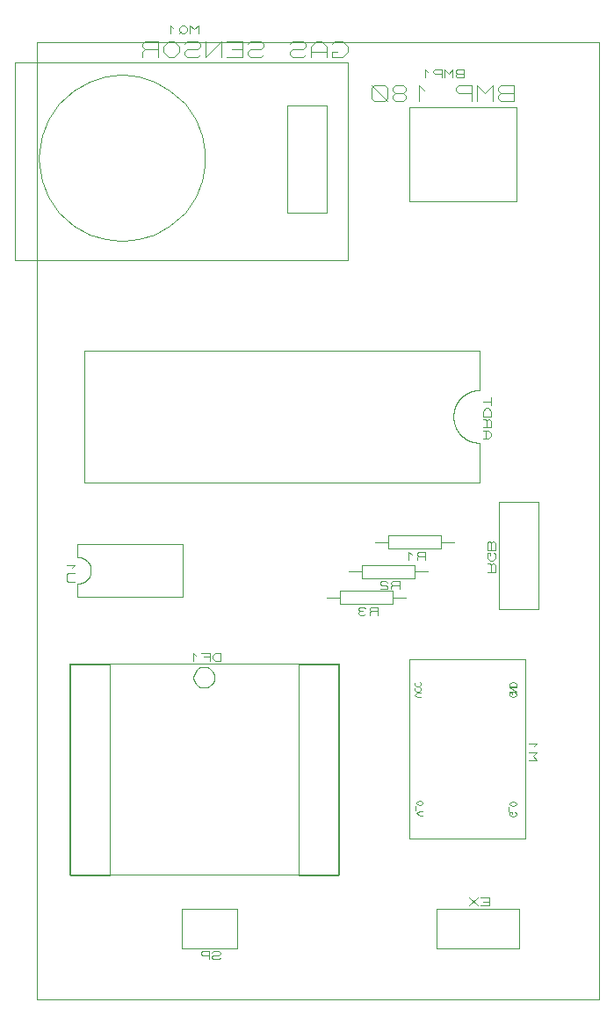
<source format=gbr>
G04 PROTEUS GERBER X2 FILE*
%TF.GenerationSoftware,Labcenter,Proteus,8.15-SP1-Build34318*%
%TF.CreationDate,2024-01-08T11:51:49+00:00*%
%TF.FileFunction,Legend,Top*%
%TF.FilePolarity,Positive*%
%TF.Part,Single*%
%TF.SameCoordinates,{48404f31-340f-4c03-a89b-c5ec1aaa3b79}*%
%FSLAX45Y45*%
%MOMM*%
G01*
%TA.AperFunction,Profile*%
%ADD17C,0.101600*%
%TA.AperFunction,Material*%
%ADD18C,0.101600*%
%TD.AperFunction*%
D17*
X-5140000Y-30000D02*
X+280000Y-30000D01*
X+280000Y+9190000D01*
X-5140000Y+9190000D01*
X-5140000Y-30000D01*
D18*
X-1549500Y+7657000D02*
X-519500Y+7657000D01*
X-519500Y+8557000D01*
X-1549500Y+8557000D01*
X-1549500Y+7657000D01*
X-540000Y+8616800D02*
X-540000Y+8769200D01*
X-667000Y+8769200D01*
X-692400Y+8743800D01*
X-692400Y+8718400D01*
X-667000Y+8693000D01*
X-692400Y+8667600D01*
X-692400Y+8642200D01*
X-667000Y+8616800D01*
X-540000Y+8616800D01*
X-540000Y+8693000D02*
X-667000Y+8693000D01*
X-743200Y+8616800D02*
X-743200Y+8769200D01*
X-819400Y+8693000D01*
X-895600Y+8769200D01*
X-895600Y+8616800D01*
X-946400Y+8616800D02*
X-946400Y+8769200D01*
X-1073400Y+8769200D01*
X-1098800Y+8743800D01*
X-1098800Y+8718400D01*
X-1073400Y+8693000D01*
X-946400Y+8693000D01*
X-1403600Y+8718400D02*
X-1454400Y+8769200D01*
X-1454400Y+8616800D01*
X-1606800Y+8693000D02*
X-1581400Y+8718400D01*
X-1581400Y+8743800D01*
X-1606800Y+8769200D01*
X-1683000Y+8769200D01*
X-1708400Y+8743800D01*
X-1708400Y+8718400D01*
X-1683000Y+8693000D01*
X-1606800Y+8693000D01*
X-1581400Y+8667600D01*
X-1581400Y+8642200D01*
X-1606800Y+8616800D01*
X-1683000Y+8616800D01*
X-1708400Y+8642200D01*
X-1708400Y+8667600D01*
X-1683000Y+8693000D01*
X-1759200Y+8642200D02*
X-1759200Y+8743800D01*
X-1784600Y+8769200D01*
X-1886200Y+8769200D01*
X-1911600Y+8743800D01*
X-1911600Y+8642200D01*
X-1886200Y+8616800D01*
X-1784600Y+8616800D01*
X-1759200Y+8642200D01*
X-1759200Y+8616800D02*
X-1911600Y+8769200D01*
X-1025050Y+8845400D02*
X-1025050Y+8921600D01*
X-1091725Y+8921600D01*
X-1105060Y+8908900D01*
X-1105060Y+8896200D01*
X-1091725Y+8883500D01*
X-1105060Y+8870800D01*
X-1105060Y+8858100D01*
X-1091725Y+8845400D01*
X-1025050Y+8845400D01*
X-1025050Y+8883500D02*
X-1091725Y+8883500D01*
X-1131730Y+8845400D02*
X-1131730Y+8921600D01*
X-1171735Y+8883500D01*
X-1211740Y+8921600D01*
X-1211740Y+8845400D01*
X-1238410Y+8845400D02*
X-1238410Y+8921600D01*
X-1305085Y+8921600D01*
X-1318420Y+8908900D01*
X-1318420Y+8896200D01*
X-1305085Y+8883500D01*
X-1238410Y+8883500D01*
X-1371760Y+8896200D02*
X-1398430Y+8921600D01*
X-1398430Y+8845400D01*
X-5350000Y+7090000D02*
X-2140000Y+7090000D01*
X-2140000Y+8990000D01*
X-5350000Y+8990000D01*
X-5350000Y+7090000D01*
X-3520000Y+8070000D02*
X-3523475Y+8144486D01*
X-3551842Y+8293459D01*
X-3611979Y+8442432D01*
X-3713257Y+8591405D01*
X-3859007Y+8723824D01*
X-4007980Y+8806643D01*
X-4156953Y+8853209D01*
X-4305926Y+8869876D01*
X-4320000Y+8870000D01*
X-5120000Y+8070000D02*
X-5116525Y+8144486D01*
X-5088158Y+8293459D01*
X-5028021Y+8442432D01*
X-4926743Y+8591405D01*
X-4780993Y+8723824D01*
X-4632020Y+8806643D01*
X-4483047Y+8853209D01*
X-4334074Y+8869876D01*
X-4320000Y+8870000D01*
X-5120000Y+8070000D02*
X-5116525Y+7995514D01*
X-5088158Y+7846541D01*
X-5028021Y+7697568D01*
X-4926743Y+7548595D01*
X-4780993Y+7416176D01*
X-4632020Y+7333357D01*
X-4483047Y+7286791D01*
X-4334074Y+7270124D01*
X-4320000Y+7270000D01*
X-3520000Y+8070000D02*
X-3523475Y+7995514D01*
X-3551842Y+7846541D01*
X-3611979Y+7697568D01*
X-3713257Y+7548595D01*
X-3859007Y+7416176D01*
X-4007980Y+7333357D01*
X-4156953Y+7286791D01*
X-4305926Y+7270124D01*
X-4320000Y+7270000D01*
X-2730500Y+7541000D02*
X-2349500Y+7541000D01*
X-2349500Y+8577000D01*
X-2730500Y+8577000D01*
X-2730500Y+7541000D01*
X-2241600Y+9097600D02*
X-2292400Y+9097600D01*
X-2292400Y+9046800D01*
X-2190800Y+9046800D01*
X-2140000Y+9097600D01*
X-2140000Y+9148400D01*
X-2190800Y+9199200D01*
X-2267000Y+9199200D01*
X-2292400Y+9173800D01*
X-2343200Y+9046800D02*
X-2343200Y+9148400D01*
X-2394000Y+9199200D01*
X-2444800Y+9199200D01*
X-2495600Y+9148400D01*
X-2495600Y+9046800D01*
X-2343200Y+9097600D02*
X-2495600Y+9097600D01*
X-2546400Y+9072200D02*
X-2571800Y+9046800D01*
X-2673400Y+9046800D01*
X-2698800Y+9072200D01*
X-2698800Y+9097600D01*
X-2673400Y+9123000D01*
X-2571800Y+9123000D01*
X-2546400Y+9148400D01*
X-2546400Y+9173800D01*
X-2571800Y+9199200D01*
X-2673400Y+9199200D01*
X-2698800Y+9173800D01*
X-2952800Y+9072200D02*
X-2978200Y+9046800D01*
X-3079800Y+9046800D01*
X-3105200Y+9072200D01*
X-3105200Y+9097600D01*
X-3079800Y+9123000D01*
X-2978200Y+9123000D01*
X-2952800Y+9148400D01*
X-2952800Y+9173800D01*
X-2978200Y+9199200D01*
X-3079800Y+9199200D01*
X-3105200Y+9173800D01*
X-3308400Y+9046800D02*
X-3156000Y+9046800D01*
X-3156000Y+9199200D01*
X-3308400Y+9199200D01*
X-3156000Y+9123000D02*
X-3257600Y+9123000D01*
X-3359200Y+9046800D02*
X-3359200Y+9199200D01*
X-3511600Y+9046800D01*
X-3511600Y+9199200D01*
X-3562400Y+9072200D02*
X-3587800Y+9046800D01*
X-3689400Y+9046800D01*
X-3714800Y+9072200D01*
X-3714800Y+9097600D01*
X-3689400Y+9123000D01*
X-3587800Y+9123000D01*
X-3562400Y+9148400D01*
X-3562400Y+9173800D01*
X-3587800Y+9199200D01*
X-3689400Y+9199200D01*
X-3714800Y+9173800D01*
X-3765600Y+9148400D02*
X-3816400Y+9199200D01*
X-3867200Y+9199200D01*
X-3918000Y+9148400D01*
X-3918000Y+9097600D01*
X-3867200Y+9046800D01*
X-3816400Y+9046800D01*
X-3765600Y+9097600D01*
X-3765600Y+9148400D01*
X-3968800Y+9046800D02*
X-3968800Y+9199200D01*
X-4095800Y+9199200D01*
X-4121200Y+9173800D01*
X-4121200Y+9148400D01*
X-4095800Y+9123000D01*
X-3968800Y+9123000D01*
X-4095800Y+9123000D02*
X-4121200Y+9097600D01*
X-4121200Y+9046800D01*
X-3584980Y+9275400D02*
X-3584980Y+9351600D01*
X-3624985Y+9313500D01*
X-3664990Y+9351600D01*
X-3664990Y+9275400D01*
X-3691660Y+9326200D02*
X-3718330Y+9351600D01*
X-3745000Y+9351600D01*
X-3771670Y+9326200D01*
X-3771670Y+9300800D01*
X-3745000Y+9275400D01*
X-3718330Y+9275400D01*
X-3691660Y+9300800D01*
X-3691660Y+9326200D01*
X-3745000Y+9300800D02*
X-3771670Y+9275400D01*
X-3825010Y+9326200D02*
X-3851680Y+9351600D01*
X-3851680Y+9275400D01*
X-1125000Y+5582000D02*
X-1124999Y+5582833D01*
X-1124995Y+5583665D01*
X-1124989Y+5584497D01*
X-1124980Y+5585328D01*
X-1124974Y+5585743D01*
X-1124968Y+5586158D01*
X-1124961Y+5586573D01*
X-1124954Y+5586988D01*
X-1124946Y+5587402D01*
X-1124937Y+5587817D01*
X-1124928Y+5588231D01*
X-1124918Y+5588645D01*
X-1124897Y+5589472D01*
X-1124873Y+5590299D01*
X-1124846Y+5591125D01*
X-1124817Y+5591950D01*
X-1124801Y+5592362D01*
X-1124785Y+5592774D01*
X-1124768Y+5593186D01*
X-1124751Y+5593598D01*
X-1124733Y+5594010D01*
X-1124714Y+5594421D01*
X-1124695Y+5594832D01*
X-1124675Y+5595243D01*
X-1124654Y+5595654D01*
X-1124633Y+5596065D01*
X-1124611Y+5596475D01*
X-1124589Y+5596885D01*
X-1124566Y+5597295D01*
X-1124542Y+5597705D01*
X-1124518Y+5598115D01*
X-1124493Y+5598524D01*
X-1124468Y+5598934D01*
X-1124441Y+5599343D01*
X-1124415Y+5599752D01*
X-1124387Y+5600160D01*
X-1124331Y+5600977D01*
X-1124272Y+5601793D01*
X-1124241Y+5602201D01*
X-1124210Y+5602608D01*
X-1124178Y+5603016D01*
X-1124146Y+5603423D01*
X-1124080Y+5604237D01*
X-1124011Y+5605049D01*
X-1123975Y+5605456D01*
X-1123939Y+5605862D01*
X-1123902Y+5606267D01*
X-1123865Y+5606673D01*
X-1123789Y+5607483D01*
X-1123710Y+5608293D01*
X-1123629Y+5609102D01*
X-1123545Y+5609910D01*
X-1123502Y+5610314D01*
X-1123459Y+5610717D01*
X-1123415Y+5611120D01*
X-1123371Y+5611523D01*
X-1123280Y+5612329D01*
X-1123186Y+5613134D01*
X-1123138Y+5613536D01*
X-1123090Y+5613938D01*
X-1123041Y+5614339D01*
X-1122992Y+5614741D01*
X-1122942Y+5615142D01*
X-1122891Y+5615543D01*
X-1122840Y+5615944D01*
X-1122788Y+5616344D01*
X-1122736Y+5616745D01*
X-1122683Y+5617145D01*
X-1122575Y+5617944D01*
X-1122465Y+5618743D01*
X-1122352Y+5619541D01*
X-1122295Y+5619940D01*
X-1122237Y+5620338D01*
X-1122179Y+5620736D01*
X-1122120Y+5621134D01*
X-1122060Y+5621532D01*
X-1122000Y+5621930D01*
X-1121939Y+5622327D01*
X-1121878Y+5622724D01*
X-1121754Y+5623518D01*
X-1121627Y+5624310D01*
X-1121498Y+5625102D01*
X-1121366Y+5625893D01*
X-1121232Y+5626683D01*
X-1121095Y+5627472D01*
X-1121026Y+5627866D01*
X-1120956Y+5628260D01*
X-1120886Y+5628654D01*
X-1120815Y+5629048D01*
X-1120672Y+5629834D01*
X-1120526Y+5630620D01*
X-1120452Y+5631012D01*
X-1120378Y+5631404D01*
X-1120303Y+5631796D01*
X-1120228Y+5632188D01*
X-1120075Y+5632971D01*
X-1119920Y+5633752D01*
X-1119763Y+5634533D01*
X-1119603Y+5635313D01*
X-1119441Y+5636092D01*
X-1119276Y+5636870D01*
X-1119110Y+5637648D01*
X-1118941Y+5638424D01*
X-1118770Y+5639199D01*
X-1118596Y+5639973D01*
X-1118420Y+5640747D01*
X-1118242Y+5641519D01*
X-1118062Y+5642290D01*
X-1117879Y+5643061D01*
X-1117694Y+5643830D01*
X-1117506Y+5644599D01*
X-1117317Y+5645366D01*
X-1117125Y+5646133D01*
X-1116931Y+5646898D01*
X-1116734Y+5647663D01*
X-1116536Y+5648426D01*
X-1116335Y+5649189D01*
X-1116132Y+5649950D01*
X-1115926Y+5650711D01*
X-1115718Y+5651470D01*
X-1115508Y+5652229D01*
X-1115296Y+5652986D01*
X-1115082Y+5653742D01*
X-1114865Y+5654498D01*
X-1114646Y+5655252D01*
X-1114536Y+5655629D01*
X-1114425Y+5656006D01*
X-1114314Y+5656382D01*
X-1114202Y+5656758D01*
X-1113977Y+5657509D01*
X-1113749Y+5658260D01*
X-1113519Y+5659009D01*
X-1113287Y+5659757D01*
X-1113053Y+5660504D01*
X-1112816Y+5661250D01*
X-1112697Y+5661623D01*
X-1112577Y+5661995D01*
X-1112457Y+5662367D01*
X-1112336Y+5662739D01*
X-1112215Y+5663110D01*
X-1112093Y+5663482D01*
X-1111971Y+5663853D01*
X-1111848Y+5664224D01*
X-1111724Y+5664594D01*
X-1111600Y+5664964D01*
X-1111476Y+5665334D01*
X-1111351Y+5665704D01*
X-1111099Y+5666442D01*
X-1110845Y+5667180D01*
X-1110589Y+5667916D01*
X-1110330Y+5668651D01*
X-1110070Y+5669386D01*
X-1109807Y+5670119D01*
X-1109675Y+5670485D01*
X-1109542Y+5670851D01*
X-1109409Y+5671216D01*
X-1109275Y+5671581D01*
X-1109141Y+5671946D01*
X-1109006Y+5672311D01*
X-1108871Y+5672676D01*
X-1108735Y+5673040D01*
X-1108462Y+5673767D01*
X-1108186Y+5674494D01*
X-1107909Y+5675219D01*
X-1107629Y+5675943D01*
X-1107347Y+5676666D01*
X-1107063Y+5677388D01*
X-1106777Y+5678109D01*
X-1106489Y+5678828D01*
X-1106199Y+5679547D01*
X-1105906Y+5680264D01*
X-1105612Y+5680980D01*
X-1105315Y+5681695D01*
X-1105166Y+5682052D01*
X-1105016Y+5682409D01*
X-1104866Y+5682765D01*
X-1104716Y+5683121D01*
X-1104413Y+5683833D01*
X-1104108Y+5684543D01*
X-1103801Y+5685252D01*
X-1103492Y+5685960D01*
X-1103336Y+5686314D01*
X-1103180Y+5686667D01*
X-1103024Y+5687020D01*
X-1102867Y+5687372D01*
X-1102552Y+5688077D01*
X-1102234Y+5688780D01*
X-1101915Y+5689482D01*
X-1101593Y+5690183D01*
X-1101270Y+5690882D01*
X-1100944Y+5691581D01*
X-1100617Y+5692278D01*
X-1100287Y+5692974D01*
X-1100121Y+5693321D01*
X-1099955Y+5693668D01*
X-1099789Y+5694015D01*
X-1099622Y+5694362D01*
X-1099286Y+5695054D01*
X-1098948Y+5695745D01*
X-1098778Y+5696090D01*
X-1098608Y+5696435D01*
X-1098438Y+5696779D01*
X-1098267Y+5697123D01*
X-1097923Y+5697811D01*
X-1097577Y+5698497D01*
X-1097229Y+5699182D01*
X-1096879Y+5699865D01*
X-1096527Y+5700547D01*
X-1096173Y+5701228D01*
X-1095995Y+5701568D01*
X-1095817Y+5701908D01*
X-1095639Y+5702248D01*
X-1095460Y+5702587D01*
X-1095100Y+5703264D01*
X-1094738Y+5703940D01*
X-1094556Y+5704277D01*
X-1094374Y+5704615D01*
X-1094192Y+5704951D01*
X-1094009Y+5705288D01*
X-1093641Y+5705960D01*
X-1093271Y+5706631D01*
X-1092900Y+5707300D01*
X-1092526Y+5707969D01*
X-1092151Y+5708635D01*
X-1091773Y+5709301D01*
X-1091394Y+5709965D01*
X-1091012Y+5710628D01*
X-1090821Y+5710959D01*
X-1090629Y+5711290D01*
X-1090244Y+5711950D01*
X-1089857Y+5712609D01*
X-1089468Y+5713267D01*
X-1089077Y+5713924D01*
X-1088684Y+5714579D01*
X-1088289Y+5715232D01*
X-1087892Y+5715885D01*
X-1087494Y+5716536D01*
X-1087093Y+5717185D01*
X-1086892Y+5717510D01*
X-1086690Y+5717834D01*
X-1086488Y+5718157D01*
X-1086286Y+5718481D01*
X-1086083Y+5718804D01*
X-1085879Y+5719126D01*
X-1085675Y+5719449D01*
X-1085471Y+5719771D01*
X-1085061Y+5720413D01*
X-1084649Y+5721055D01*
X-1084442Y+5721375D01*
X-1084235Y+5721695D01*
X-1084028Y+5722015D01*
X-1083820Y+5722334D01*
X-1083402Y+5722971D01*
X-1082983Y+5723607D01*
X-1082561Y+5724242D01*
X-1082350Y+5724559D01*
X-1082138Y+5724875D01*
X-1081713Y+5725507D01*
X-1081286Y+5726137D01*
X-1080857Y+5726766D01*
X-1080426Y+5727394D01*
X-1079994Y+5728020D01*
X-1079559Y+5728645D01*
X-1079123Y+5729268D01*
X-1078685Y+5729890D01*
X-1078465Y+5730201D01*
X-1078245Y+5730511D01*
X-1078025Y+5730820D01*
X-1077804Y+5731130D01*
X-1077582Y+5731439D01*
X-1077360Y+5731747D01*
X-1077138Y+5732056D01*
X-1076915Y+5732364D01*
X-1076468Y+5732979D01*
X-1076019Y+5733592D01*
X-1075794Y+5733898D01*
X-1075568Y+5734204D01*
X-1075342Y+5734509D01*
X-1075116Y+5734814D01*
X-1074662Y+5735423D01*
X-1074205Y+5736031D01*
X-1073976Y+5736334D01*
X-1073747Y+5736637D01*
X-1073518Y+5736939D01*
X-1073288Y+5737241D01*
X-1072826Y+5737845D01*
X-1072363Y+5738446D01*
X-1071898Y+5739047D01*
X-1071431Y+5739645D01*
X-1070962Y+5740243D01*
X-1070492Y+5740838D01*
X-1070019Y+5741433D01*
X-1069782Y+5741729D01*
X-1069545Y+5742025D01*
X-1069307Y+5742321D01*
X-1069069Y+5742617D01*
X-1068831Y+5742912D01*
X-1068592Y+5743206D01*
X-1068113Y+5743795D01*
X-1067632Y+5744381D01*
X-1067391Y+5744674D01*
X-1067149Y+5744967D01*
X-1066907Y+5745259D01*
X-1066665Y+5745550D01*
X-1066179Y+5746133D01*
X-1065691Y+5746713D01*
X-1065201Y+5747292D01*
X-1064710Y+5747870D01*
X-1064217Y+5748446D01*
X-1063722Y+5749021D01*
X-1063474Y+5749308D01*
X-1063225Y+5749594D01*
X-1062976Y+5749880D01*
X-1062727Y+5750165D01*
X-1062227Y+5750735D01*
X-1061725Y+5751304D01*
X-1061222Y+5751870D01*
X-1060717Y+5752436D01*
X-1060464Y+5752718D01*
X-1060210Y+5752999D01*
X-1059956Y+5753281D01*
X-1059702Y+5753562D01*
X-1059192Y+5754122D01*
X-1058680Y+5754681D01*
X-1058423Y+5754960D01*
X-1058166Y+5755239D01*
X-1057909Y+5755517D01*
X-1057651Y+5755794D01*
X-1057393Y+5756072D01*
X-1057134Y+5756349D01*
X-1056875Y+5756625D01*
X-1056616Y+5756901D01*
X-1056096Y+5757452D01*
X-1055574Y+5758002D01*
X-1055312Y+5758276D01*
X-1055050Y+5758550D01*
X-1054788Y+5758823D01*
X-1054525Y+5759096D01*
X-1054262Y+5759369D01*
X-1053998Y+5759641D01*
X-1053734Y+5759913D01*
X-1053470Y+5760184D01*
X-1052940Y+5760725D01*
X-1052408Y+5761265D01*
X-1051875Y+5761803D01*
X-1051340Y+5762340D01*
X-1051072Y+5762608D01*
X-1050803Y+5762875D01*
X-1050534Y+5763142D01*
X-1050265Y+5763408D01*
X-1049995Y+5763674D01*
X-1049725Y+5763940D01*
X-1049455Y+5764205D01*
X-1049184Y+5764470D01*
X-1048641Y+5764998D01*
X-1048096Y+5765525D01*
X-1047550Y+5766050D01*
X-1047002Y+5766574D01*
X-1046453Y+5767096D01*
X-1045902Y+5767616D01*
X-1045349Y+5768134D01*
X-1044795Y+5768651D01*
X-1044239Y+5769166D01*
X-1043681Y+5769680D01*
X-1043402Y+5769936D01*
X-1043122Y+5770192D01*
X-1042842Y+5770447D01*
X-1042562Y+5770702D01*
X-1042000Y+5771210D01*
X-1041436Y+5771717D01*
X-1040871Y+5772222D01*
X-1040304Y+5772725D01*
X-1040020Y+5772976D01*
X-1039735Y+5773227D01*
X-1039450Y+5773477D01*
X-1039165Y+5773727D01*
X-1038594Y+5774225D01*
X-1038021Y+5774722D01*
X-1037734Y+5774969D01*
X-1037446Y+5775216D01*
X-1037158Y+5775463D01*
X-1036870Y+5775709D01*
X-1036581Y+5775955D01*
X-1036292Y+5776201D01*
X-1036003Y+5776446D01*
X-1035713Y+5776690D01*
X-1035423Y+5776935D01*
X-1035132Y+5777178D01*
X-1034841Y+5777422D01*
X-1034550Y+5777665D01*
X-1034258Y+5777907D01*
X-1033966Y+5778149D01*
X-1033674Y+5778391D01*
X-1033381Y+5778632D01*
X-1032794Y+5779113D01*
X-1032500Y+5779353D01*
X-1032206Y+5779592D01*
X-1031911Y+5779831D01*
X-1031616Y+5780069D01*
X-1031025Y+5780545D01*
X-1030432Y+5781019D01*
X-1029838Y+5781491D01*
X-1029242Y+5781962D01*
X-1028645Y+5782430D01*
X-1028346Y+5782664D01*
X-1028046Y+5782897D01*
X-1027746Y+5783130D01*
X-1027446Y+5783362D01*
X-1027145Y+5783594D01*
X-1026844Y+5783826D01*
X-1026543Y+5784057D01*
X-1026241Y+5784287D01*
X-1025637Y+5784747D01*
X-1025031Y+5785205D01*
X-1024423Y+5785661D01*
X-1023814Y+5786115D01*
X-1023204Y+5786568D01*
X-1022592Y+5787019D01*
X-1021979Y+5787468D01*
X-1021364Y+5787915D01*
X-1020748Y+5788360D01*
X-1020130Y+5788803D01*
X-1019511Y+5789245D01*
X-1018890Y+5789685D01*
X-1018268Y+5790123D01*
X-1017645Y+5790559D01*
X-1017020Y+5790994D01*
X-1016394Y+5791426D01*
X-1016080Y+5791642D01*
X-1015766Y+5791857D01*
X-1015452Y+5792071D01*
X-1015137Y+5792285D01*
X-1014507Y+5792712D01*
X-1013875Y+5793138D01*
X-1013242Y+5793561D01*
X-1012607Y+5793982D01*
X-1011971Y+5794402D01*
X-1011334Y+5794819D01*
X-1010695Y+5795235D01*
X-1010055Y+5795649D01*
X-1009414Y+5796061D01*
X-1008771Y+5796471D01*
X-1008127Y+5796879D01*
X-1007481Y+5797285D01*
X-1006834Y+5797690D01*
X-1006186Y+5798092D01*
X-1005536Y+5798493D01*
X-1004885Y+5798892D01*
X-1004233Y+5799289D01*
X-1003579Y+5799683D01*
X-1002924Y+5800076D01*
X-1002267Y+5800467D01*
X-1001610Y+5800857D01*
X-1000951Y+5801244D01*
X-1000290Y+5801629D01*
X-999959Y+5801821D01*
X-999628Y+5802012D01*
X-999297Y+5802203D01*
X-998965Y+5802394D01*
X-998633Y+5802584D01*
X-998301Y+5802773D01*
X-997968Y+5802962D01*
X-997635Y+5803151D01*
X-997302Y+5803339D01*
X-996969Y+5803526D01*
X-996635Y+5803713D01*
X-996300Y+5803900D01*
X-995966Y+5804086D01*
X-995631Y+5804271D01*
X-994960Y+5804641D01*
X-994288Y+5805009D01*
X-993615Y+5805375D01*
X-992940Y+5805738D01*
X-992264Y+5806100D01*
X-991587Y+5806460D01*
X-990909Y+5806818D01*
X-990229Y+5807174D01*
X-989548Y+5807527D01*
X-988865Y+5807879D01*
X-988182Y+5808229D01*
X-987497Y+5808577D01*
X-986811Y+5808923D01*
X-986124Y+5809267D01*
X-985435Y+5809608D01*
X-984745Y+5809948D01*
X-984054Y+5810286D01*
X-983362Y+5810622D01*
X-982669Y+5810955D01*
X-981974Y+5811287D01*
X-981278Y+5811617D01*
X-980581Y+5811944D01*
X-979883Y+5812270D01*
X-979183Y+5812593D01*
X-978482Y+5812915D01*
X-977780Y+5813234D01*
X-977077Y+5813552D01*
X-976373Y+5813867D01*
X-975667Y+5814180D01*
X-974960Y+5814492D01*
X-974252Y+5814801D01*
X-973543Y+5815108D01*
X-972833Y+5815413D01*
X-972121Y+5815716D01*
X-971409Y+5816016D01*
X-970695Y+5816315D01*
X-969980Y+5816612D01*
X-969264Y+5816906D01*
X-968547Y+5817199D01*
X-967828Y+5817489D01*
X-967109Y+5817777D01*
X-966388Y+5818063D01*
X-965666Y+5818347D01*
X-964943Y+5818629D01*
X-964219Y+5818909D01*
X-963494Y+5819186D01*
X-962767Y+5819462D01*
X-962040Y+5819735D01*
X-961311Y+5820006D01*
X-960582Y+5820275D01*
X-959851Y+5820542D01*
X-959119Y+5820807D01*
X-958386Y+5821070D01*
X-957652Y+5821330D01*
X-956916Y+5821589D01*
X-956180Y+5821845D01*
X-955442Y+5822099D01*
X-954704Y+5822351D01*
X-953964Y+5822600D01*
X-953223Y+5822848D01*
X-952481Y+5823093D01*
X-951739Y+5823336D01*
X-950995Y+5823577D01*
X-950250Y+5823816D01*
X-949504Y+5824052D01*
X-948756Y+5824287D01*
X-948008Y+5824519D01*
X-947259Y+5824749D01*
X-946509Y+5824976D01*
X-945758Y+5825202D01*
X-945005Y+5825425D01*
X-944252Y+5825646D01*
X-943498Y+5825865D01*
X-942742Y+5826082D01*
X-941986Y+5826296D01*
X-941228Y+5826508D01*
X-940470Y+5826718D01*
X-939710Y+5826926D01*
X-938950Y+5827131D01*
X-938188Y+5827334D01*
X-937426Y+5827535D01*
X-936662Y+5827734D01*
X-935898Y+5827930D01*
X-935132Y+5828125D01*
X-934366Y+5828316D01*
X-933598Y+5828506D01*
X-932830Y+5828693D01*
X-932060Y+5828878D01*
X-931290Y+5829061D01*
X-930519Y+5829242D01*
X-929746Y+5829420D01*
X-928973Y+5829596D01*
X-928199Y+5829769D01*
X-927423Y+5829941D01*
X-926647Y+5830110D01*
X-925870Y+5830276D01*
X-925092Y+5830441D01*
X-924313Y+5830603D01*
X-923533Y+5830763D01*
X-922752Y+5830920D01*
X-921970Y+5831075D01*
X-921187Y+5831228D01*
X-920404Y+5831378D01*
X-919619Y+5831526D01*
X-918834Y+5831672D01*
X-918047Y+5831816D01*
X-917260Y+5831957D01*
X-916472Y+5832095D01*
X-915683Y+5832232D01*
X-914893Y+5832366D01*
X-914102Y+5832497D01*
X-913310Y+5832627D01*
X-912517Y+5832754D01*
X-911724Y+5832878D01*
X-910929Y+5833000D01*
X-910134Y+5833120D01*
X-909338Y+5833238D01*
X-908541Y+5833353D01*
X-907743Y+5833465D01*
X-906944Y+5833575D01*
X-906145Y+5833683D01*
X-905344Y+5833789D01*
X-904543Y+5833892D01*
X-903741Y+5833992D01*
X-902938Y+5834091D01*
X-902134Y+5834186D01*
X-901329Y+5834280D01*
X-900523Y+5834371D01*
X-899717Y+5834459D01*
X-898910Y+5834545D01*
X-898102Y+5834629D01*
X-897293Y+5834710D01*
X-896483Y+5834789D01*
X-895673Y+5834865D01*
X-894861Y+5834939D01*
X-894049Y+5835011D01*
X-893236Y+5835080D01*
X-892423Y+5835146D01*
X-891608Y+5835210D01*
X-890793Y+5835272D01*
X-889977Y+5835331D01*
X-889160Y+5835387D01*
X-888343Y+5835442D01*
X-887524Y+5835493D01*
X-886705Y+5835542D01*
X-885885Y+5835589D01*
X-885064Y+5835633D01*
X-884243Y+5835675D01*
X-883421Y+5835714D01*
X-882598Y+5835751D01*
X-881774Y+5835785D01*
X-880950Y+5835817D01*
X-880125Y+5835846D01*
X-879299Y+5835873D01*
X-878472Y+5835897D01*
X-877645Y+5835918D01*
X-876817Y+5835938D01*
X-875988Y+5835954D01*
X-875158Y+5835968D01*
X-874328Y+5835980D01*
X-873497Y+5835989D01*
X-872665Y+5835995D01*
X-871833Y+5835999D01*
X-871000Y+5836000D01*
X-1125000Y+5582000D02*
X-1124999Y+5581152D01*
X-1124995Y+5580305D01*
X-1124989Y+5579459D01*
X-1124980Y+5578613D01*
X-1124974Y+5578191D01*
X-1124968Y+5577769D01*
X-1124961Y+5577347D01*
X-1124954Y+5576925D01*
X-1124946Y+5576503D01*
X-1124937Y+5576082D01*
X-1124928Y+5575661D01*
X-1124918Y+5575240D01*
X-1124897Y+5574398D01*
X-1124873Y+5573558D01*
X-1124846Y+5572718D01*
X-1124817Y+5571880D01*
X-1124801Y+5571461D01*
X-1124785Y+5571042D01*
X-1124768Y+5570623D01*
X-1124751Y+5570205D01*
X-1124733Y+5569787D01*
X-1124714Y+5569369D01*
X-1124695Y+5568951D01*
X-1124675Y+5568533D01*
X-1124654Y+5568116D01*
X-1124633Y+5567699D01*
X-1124611Y+5567282D01*
X-1124589Y+5566865D01*
X-1124566Y+5566449D01*
X-1124542Y+5566033D01*
X-1124518Y+5565617D01*
X-1124493Y+5565201D01*
X-1124468Y+5564785D01*
X-1124441Y+5564370D01*
X-1124415Y+5563955D01*
X-1124387Y+5563540D01*
X-1124331Y+5562711D01*
X-1124272Y+5561882D01*
X-1124241Y+5561468D01*
X-1124210Y+5561055D01*
X-1124178Y+5560642D01*
X-1124146Y+5560228D01*
X-1124080Y+5559403D01*
X-1124011Y+5558578D01*
X-1123975Y+5558166D01*
X-1123939Y+5557754D01*
X-1123902Y+5557343D01*
X-1123865Y+5556931D01*
X-1123789Y+5556110D01*
X-1123710Y+5555288D01*
X-1123629Y+5554468D01*
X-1123545Y+5553649D01*
X-1123502Y+5553240D01*
X-1123459Y+5552831D01*
X-1123415Y+5552422D01*
X-1123371Y+5552013D01*
X-1123280Y+5551197D01*
X-1123186Y+5550382D01*
X-1123138Y+5549974D01*
X-1123090Y+5549567D01*
X-1123041Y+5549160D01*
X-1122992Y+5548753D01*
X-1122942Y+5548347D01*
X-1122891Y+5547941D01*
X-1122840Y+5547535D01*
X-1122788Y+5547129D01*
X-1122736Y+5546724D01*
X-1122683Y+5546318D01*
X-1122575Y+5545509D01*
X-1122465Y+5544700D01*
X-1122352Y+5543892D01*
X-1122295Y+5543488D01*
X-1122237Y+5543085D01*
X-1122179Y+5542682D01*
X-1122120Y+5542279D01*
X-1122060Y+5541876D01*
X-1122000Y+5541474D01*
X-1121939Y+5541072D01*
X-1121878Y+5540670D01*
X-1121754Y+5539867D01*
X-1121627Y+5539065D01*
X-1121498Y+5538264D01*
X-1121366Y+5537464D01*
X-1121232Y+5536665D01*
X-1121095Y+5535867D01*
X-1121026Y+5535468D01*
X-1120956Y+5535070D01*
X-1120886Y+5534671D01*
X-1120815Y+5534273D01*
X-1120672Y+5533478D01*
X-1120526Y+5532684D01*
X-1120452Y+5532288D01*
X-1120378Y+5531891D01*
X-1120303Y+5531495D01*
X-1120228Y+5531099D01*
X-1120075Y+5530308D01*
X-1119920Y+5529518D01*
X-1119763Y+5528729D01*
X-1119603Y+5527941D01*
X-1119441Y+5527154D01*
X-1119276Y+5526369D01*
X-1119110Y+5525584D01*
X-1118941Y+5524800D01*
X-1118770Y+5524017D01*
X-1118596Y+5523235D01*
X-1118420Y+5522455D01*
X-1118242Y+5521675D01*
X-1118062Y+5520897D01*
X-1117879Y+5520119D01*
X-1117694Y+5519343D01*
X-1117506Y+5518567D01*
X-1117317Y+5517793D01*
X-1117125Y+5517020D01*
X-1116931Y+5516248D01*
X-1116734Y+5515477D01*
X-1116536Y+5514707D01*
X-1116335Y+5513938D01*
X-1116132Y+5513170D01*
X-1115926Y+5512403D01*
X-1115718Y+5511638D01*
X-1115508Y+5510873D01*
X-1115296Y+5510110D01*
X-1115082Y+5509348D01*
X-1114865Y+5508586D01*
X-1114646Y+5507826D01*
X-1114536Y+5507447D01*
X-1114425Y+5507067D01*
X-1114314Y+5506688D01*
X-1114202Y+5506310D01*
X-1113977Y+5505553D01*
X-1113749Y+5504797D01*
X-1113519Y+5504043D01*
X-1113287Y+5503290D01*
X-1113053Y+5502537D01*
X-1112816Y+5501786D01*
X-1112697Y+5501411D01*
X-1112577Y+5501036D01*
X-1112457Y+5500662D01*
X-1112336Y+5500288D01*
X-1112215Y+5499914D01*
X-1112093Y+5499540D01*
X-1111971Y+5499167D01*
X-1111848Y+5498794D01*
X-1111724Y+5498421D01*
X-1111600Y+5498048D01*
X-1111476Y+5497676D01*
X-1111351Y+5497304D01*
X-1111099Y+5496561D01*
X-1110845Y+5495819D01*
X-1110589Y+5495079D01*
X-1110330Y+5494339D01*
X-1110070Y+5493601D01*
X-1109807Y+5492864D01*
X-1109675Y+5492496D01*
X-1109542Y+5492128D01*
X-1109409Y+5491761D01*
X-1109275Y+5491393D01*
X-1109141Y+5491026D01*
X-1109006Y+5490660D01*
X-1108871Y+5490293D01*
X-1108735Y+5489927D01*
X-1108462Y+5489196D01*
X-1108186Y+5488466D01*
X-1107909Y+5487738D01*
X-1107629Y+5487010D01*
X-1107347Y+5486284D01*
X-1107063Y+5485559D01*
X-1106777Y+5484835D01*
X-1106489Y+5484112D01*
X-1106199Y+5483390D01*
X-1105906Y+5482670D01*
X-1105612Y+5481951D01*
X-1105315Y+5481233D01*
X-1105166Y+5480875D01*
X-1105016Y+5480517D01*
X-1104866Y+5480159D01*
X-1104716Y+5479802D01*
X-1104413Y+5479088D01*
X-1104108Y+5478375D01*
X-1103801Y+5477663D01*
X-1103492Y+5476953D01*
X-1103336Y+5476598D01*
X-1103180Y+5476244D01*
X-1103024Y+5475890D01*
X-1102867Y+5475536D01*
X-1102552Y+5474829D01*
X-1102234Y+5474124D01*
X-1101915Y+5473420D01*
X-1101593Y+5472717D01*
X-1101270Y+5472016D01*
X-1100944Y+5471316D01*
X-1100617Y+5470617D01*
X-1100287Y+5469919D01*
X-1100121Y+5469571D01*
X-1099955Y+5469223D01*
X-1099789Y+5468875D01*
X-1099622Y+5468528D01*
X-1099286Y+5467834D01*
X-1098948Y+5467142D01*
X-1098778Y+5466796D01*
X-1098608Y+5466450D01*
X-1098438Y+5466105D01*
X-1098267Y+5465761D01*
X-1097923Y+5465072D01*
X-1097577Y+5464385D01*
X-1097229Y+5463699D01*
X-1096879Y+5463014D01*
X-1096527Y+5462331D01*
X-1096173Y+5461649D01*
X-1095995Y+5461309D01*
X-1095817Y+5460969D01*
X-1095639Y+5460629D01*
X-1095460Y+5460289D01*
X-1095100Y+5459611D01*
X-1094738Y+5458935D01*
X-1094556Y+5458597D01*
X-1094374Y+5458259D01*
X-1094192Y+5457922D01*
X-1094009Y+5457585D01*
X-1093641Y+5456913D01*
X-1093271Y+5456242D01*
X-1092900Y+5455572D01*
X-1092526Y+5454903D01*
X-1092151Y+5454236D01*
X-1091773Y+5453570D01*
X-1091394Y+5452906D01*
X-1091012Y+5452243D01*
X-1090821Y+5451912D01*
X-1090629Y+5451581D01*
X-1090244Y+5450921D01*
X-1089857Y+5450262D01*
X-1089468Y+5449604D01*
X-1089077Y+5448948D01*
X-1088684Y+5448293D01*
X-1088289Y+5447640D01*
X-1087892Y+5446988D01*
X-1087494Y+5446337D01*
X-1087093Y+5445688D01*
X-1086892Y+5445364D01*
X-1086690Y+5445040D01*
X-1086488Y+5444717D01*
X-1086286Y+5444394D01*
X-1086083Y+5444071D01*
X-1085879Y+5443749D01*
X-1085675Y+5443427D01*
X-1085471Y+5443106D01*
X-1085061Y+5442464D01*
X-1084649Y+5441823D01*
X-1084442Y+5441503D01*
X-1084235Y+5441184D01*
X-1084028Y+5440864D01*
X-1083820Y+5440546D01*
X-1083402Y+5439909D01*
X-1082983Y+5439274D01*
X-1082561Y+5438641D01*
X-1082350Y+5438325D01*
X-1082138Y+5438009D01*
X-1081713Y+5437378D01*
X-1081286Y+5436749D01*
X-1080857Y+5436121D01*
X-1080426Y+5435495D01*
X-1079994Y+5434870D01*
X-1079559Y+5434247D01*
X-1079123Y+5433625D01*
X-1078685Y+5433004D01*
X-1078465Y+5432695D01*
X-1078245Y+5432386D01*
X-1078025Y+5432077D01*
X-1077804Y+5431768D01*
X-1077582Y+5431460D01*
X-1077360Y+5431152D01*
X-1077138Y+5430845D01*
X-1076915Y+5430538D01*
X-1076468Y+5429925D01*
X-1076019Y+5429313D01*
X-1075794Y+5429008D01*
X-1075568Y+5428703D01*
X-1075342Y+5428399D01*
X-1075116Y+5428094D01*
X-1074662Y+5427487D01*
X-1074205Y+5426882D01*
X-1073976Y+5426580D01*
X-1073747Y+5426278D01*
X-1073518Y+5425976D01*
X-1073288Y+5425675D01*
X-1072826Y+5425074D01*
X-1072363Y+5424475D01*
X-1071898Y+5423877D01*
X-1071431Y+5423280D01*
X-1070962Y+5422685D01*
X-1070492Y+5422092D01*
X-1070019Y+5421500D01*
X-1069782Y+5421205D01*
X-1069545Y+5420910D01*
X-1069307Y+5420615D01*
X-1069069Y+5420321D01*
X-1068831Y+5420027D01*
X-1068592Y+5419734D01*
X-1068113Y+5419148D01*
X-1067632Y+5418564D01*
X-1067391Y+5418272D01*
X-1067149Y+5417981D01*
X-1066907Y+5417690D01*
X-1066665Y+5417400D01*
X-1066179Y+5416821D01*
X-1065691Y+5416243D01*
X-1065201Y+5415666D01*
X-1064710Y+5415091D01*
X-1064217Y+5414518D01*
X-1063722Y+5413947D01*
X-1063474Y+5413661D01*
X-1063225Y+5413376D01*
X-1062976Y+5413092D01*
X-1062727Y+5412808D01*
X-1062227Y+5412241D01*
X-1061725Y+5411676D01*
X-1061222Y+5411112D01*
X-1060717Y+5410550D01*
X-1060464Y+5410269D01*
X-1060210Y+5409989D01*
X-1059956Y+5409710D01*
X-1059702Y+5409430D01*
X-1059192Y+5408873D01*
X-1058680Y+5408317D01*
X-1058423Y+5408040D01*
X-1058166Y+5407763D01*
X-1057909Y+5407487D01*
X-1057651Y+5407211D01*
X-1057393Y+5406935D01*
X-1057134Y+5406660D01*
X-1056875Y+5406385D01*
X-1056616Y+5406110D01*
X-1056096Y+5405563D01*
X-1055574Y+5405017D01*
X-1055312Y+5404744D01*
X-1055050Y+5404472D01*
X-1054788Y+5404201D01*
X-1054525Y+5403930D01*
X-1054262Y+5403659D01*
X-1053998Y+5403388D01*
X-1053734Y+5403118D01*
X-1053470Y+5402849D01*
X-1052940Y+5402311D01*
X-1052408Y+5401775D01*
X-1051875Y+5401240D01*
X-1051340Y+5400708D01*
X-1051072Y+5400442D01*
X-1050803Y+5400176D01*
X-1050534Y+5399911D01*
X-1050265Y+5399647D01*
X-1049995Y+5399383D01*
X-1049725Y+5399119D01*
X-1049455Y+5398855D01*
X-1049184Y+5398593D01*
X-1048641Y+5398068D01*
X-1048096Y+5397545D01*
X-1047550Y+5397024D01*
X-1047002Y+5396504D01*
X-1046453Y+5395986D01*
X-1045902Y+5395470D01*
X-1045349Y+5394956D01*
X-1044795Y+5394443D01*
X-1044239Y+5393932D01*
X-1043681Y+5393423D01*
X-1043402Y+5393168D01*
X-1043122Y+5392915D01*
X-1042842Y+5392662D01*
X-1042562Y+5392409D01*
X-1042000Y+5391905D01*
X-1041436Y+5391402D01*
X-1040871Y+5390901D01*
X-1040304Y+5390402D01*
X-1040020Y+5390153D01*
X-1039735Y+5389905D01*
X-1039450Y+5389657D01*
X-1039165Y+5389409D01*
X-1038594Y+5388915D01*
X-1038021Y+5388423D01*
X-1037734Y+5388177D01*
X-1037446Y+5387932D01*
X-1037158Y+5387688D01*
X-1036870Y+5387444D01*
X-1036581Y+5387200D01*
X-1036292Y+5386957D01*
X-1036003Y+5386714D01*
X-1035713Y+5386471D01*
X-1035423Y+5386229D01*
X-1035132Y+5385988D01*
X-1034841Y+5385747D01*
X-1034550Y+5385506D01*
X-1034258Y+5385266D01*
X-1033966Y+5385026D01*
X-1033674Y+5384787D01*
X-1033381Y+5384548D01*
X-1033088Y+5384309D01*
X-1032794Y+5384071D01*
X-1032500Y+5383834D01*
X-1032206Y+5383597D01*
X-1031911Y+5383360D01*
X-1031616Y+5383124D01*
X-1031321Y+5382888D01*
X-1031025Y+5382653D01*
X-1030432Y+5382183D01*
X-1029838Y+5381716D01*
X-1029242Y+5381250D01*
X-1028645Y+5380786D01*
X-1028346Y+5380554D01*
X-1028046Y+5380323D01*
X-1027746Y+5380093D01*
X-1027446Y+5379863D01*
X-1027145Y+5379633D01*
X-1026844Y+5379404D01*
X-1026543Y+5379176D01*
X-1026241Y+5378947D01*
X-1025637Y+5378492D01*
X-1025031Y+5378039D01*
X-1024423Y+5377588D01*
X-1023814Y+5377138D01*
X-1023204Y+5376690D01*
X-1022592Y+5376244D01*
X-1021979Y+5375800D01*
X-1021364Y+5375358D01*
X-1020748Y+5374917D01*
X-1020130Y+5374478D01*
X-1019511Y+5374042D01*
X-1018890Y+5373606D01*
X-1018268Y+5373173D01*
X-1017645Y+5372742D01*
X-1017020Y+5372312D01*
X-1016394Y+5371885D01*
X-1016080Y+5371672D01*
X-1015766Y+5371459D01*
X-1015452Y+5371247D01*
X-1015137Y+5371035D01*
X-1014507Y+5370613D01*
X-1013875Y+5370193D01*
X-1013242Y+5369774D01*
X-1012607Y+5369358D01*
X-1011971Y+5368943D01*
X-1011334Y+5368531D01*
X-1010695Y+5368120D01*
X-1010055Y+5367711D01*
X-1009414Y+5367304D01*
X-1008771Y+5366899D01*
X-1008127Y+5366495D01*
X-1007481Y+5366094D01*
X-1006834Y+5365694D01*
X-1006186Y+5365297D01*
X-1005536Y+5364901D01*
X-1004885Y+5364507D01*
X-1004233Y+5364116D01*
X-1003579Y+5363726D01*
X-1002924Y+5363338D01*
X-1002267Y+5362952D01*
X-1001610Y+5362567D01*
X-1000951Y+5362185D01*
X-1000290Y+5361805D01*
X-999959Y+5361615D01*
X-999628Y+5361426D01*
X-999297Y+5361238D01*
X-998965Y+5361050D01*
X-998633Y+5360863D01*
X-998301Y+5360676D01*
X-997968Y+5360489D01*
X-997635Y+5360303D01*
X-997302Y+5360118D01*
X-996969Y+5359932D01*
X-996635Y+5359748D01*
X-996300Y+5359564D01*
X-995966Y+5359380D01*
X-995631Y+5359197D01*
X-994960Y+5358832D01*
X-994288Y+5358470D01*
X-993615Y+5358109D01*
X-992940Y+5357750D01*
X-992264Y+5357393D01*
X-991587Y+5357038D01*
X-990909Y+5356686D01*
X-990229Y+5356335D01*
X-989548Y+5355986D01*
X-988865Y+5355639D01*
X-988182Y+5355294D01*
X-987497Y+5354951D01*
X-986811Y+5354610D01*
X-986124Y+5354271D01*
X-985435Y+5353934D01*
X-984745Y+5353599D01*
X-984054Y+5353266D01*
X-983362Y+5352935D01*
X-982669Y+5352607D01*
X-981974Y+5352280D01*
X-981278Y+5351955D01*
X-980581Y+5351632D01*
X-979883Y+5351311D01*
X-979183Y+5350993D01*
X-978482Y+5350676D01*
X-977780Y+5350361D01*
X-977077Y+5350049D01*
X-976373Y+5349738D01*
X-975667Y+5349430D01*
X-974960Y+5349123D01*
X-974252Y+5348819D01*
X-973543Y+5348516D01*
X-972833Y+5348216D01*
X-972121Y+5347918D01*
X-971409Y+5347622D01*
X-970695Y+5347328D01*
X-969980Y+5347036D01*
X-969264Y+5346746D01*
X-968547Y+5346458D01*
X-967828Y+5346172D01*
X-967109Y+5345889D01*
X-966388Y+5345607D01*
X-965666Y+5345328D01*
X-964943Y+5345051D01*
X-964219Y+5344775D01*
X-963494Y+5344502D01*
X-962767Y+5344231D01*
X-962040Y+5343962D01*
X-961311Y+5343696D01*
X-960582Y+5343431D01*
X-959851Y+5343168D01*
X-959119Y+5342908D01*
X-958386Y+5342650D01*
X-957652Y+5342394D01*
X-956916Y+5342140D01*
X-956180Y+5341888D01*
X-955442Y+5341638D01*
X-954704Y+5341391D01*
X-953964Y+5341145D01*
X-953223Y+5340902D01*
X-952481Y+5340661D01*
X-951739Y+5340422D01*
X-950995Y+5340185D01*
X-950250Y+5339950D01*
X-949504Y+5339718D01*
X-948756Y+5339488D01*
X-948008Y+5339260D01*
X-947259Y+5339034D01*
X-946509Y+5338810D01*
X-945758Y+5338588D01*
X-945005Y+5338369D01*
X-944252Y+5338152D01*
X-943498Y+5337937D01*
X-942742Y+5337724D01*
X-941986Y+5337514D01*
X-941228Y+5337305D01*
X-940470Y+5337099D01*
X-939710Y+5336895D01*
X-938950Y+5336694D01*
X-938188Y+5336494D01*
X-937426Y+5336297D01*
X-936662Y+5336102D01*
X-935898Y+5335909D01*
X-935132Y+5335719D01*
X-934366Y+5335530D01*
X-933598Y+5335344D01*
X-932830Y+5335160D01*
X-932060Y+5334979D01*
X-931290Y+5334799D01*
X-930519Y+5334622D01*
X-929746Y+5334447D01*
X-928973Y+5334275D01*
X-928199Y+5334104D01*
X-927423Y+5333936D01*
X-926647Y+5333771D01*
X-925870Y+5333607D01*
X-925092Y+5333446D01*
X-924313Y+5333287D01*
X-923533Y+5333130D01*
X-922752Y+5332976D01*
X-921970Y+5332824D01*
X-921187Y+5332674D01*
X-920404Y+5332526D01*
X-919619Y+5332381D01*
X-918834Y+5332238D01*
X-918047Y+5332098D01*
X-917260Y+5331959D01*
X-916472Y+5331823D01*
X-915683Y+5331690D01*
X-914893Y+5331558D01*
X-914102Y+5331429D01*
X-913310Y+5331303D01*
X-912517Y+5331178D01*
X-911724Y+5331056D01*
X-910929Y+5330936D01*
X-910134Y+5330819D01*
X-909338Y+5330704D01*
X-908541Y+5330591D01*
X-907743Y+5330481D01*
X-906944Y+5330373D01*
X-906145Y+5330267D01*
X-905344Y+5330164D01*
X-904543Y+5330063D01*
X-903741Y+5329965D01*
X-902938Y+5329869D01*
X-902134Y+5329775D01*
X-901329Y+5329683D01*
X-900523Y+5329594D01*
X-899717Y+5329508D01*
X-898910Y+5329423D01*
X-898102Y+5329341D01*
X-897293Y+5329262D01*
X-896483Y+5329185D01*
X-895673Y+5329110D01*
X-894861Y+5329038D01*
X-894049Y+5328968D01*
X-893236Y+5328900D01*
X-892423Y+5328835D01*
X-891608Y+5328773D01*
X-890793Y+5328712D01*
X-889977Y+5328655D01*
X-889160Y+5328599D01*
X-888343Y+5328546D01*
X-887524Y+5328496D01*
X-886705Y+5328447D01*
X-885885Y+5328402D01*
X-885064Y+5328359D01*
X-884243Y+5328318D01*
X-883421Y+5328279D01*
X-882598Y+5328243D01*
X-881774Y+5328210D01*
X-880950Y+5328179D01*
X-880125Y+5328151D01*
X-879299Y+5328124D01*
X-878472Y+5328101D01*
X-877645Y+5328080D01*
X-876817Y+5328061D01*
X-875988Y+5328045D01*
X-875158Y+5328031D01*
X-874328Y+5328020D01*
X-873497Y+5328011D01*
X-872665Y+5328005D01*
X-871833Y+5328001D01*
X-871000Y+5328000D01*
X-871000Y+5836000D02*
X-871000Y+6217000D01*
X-4681000Y+6217000D02*
X-4681000Y+4947000D01*
X-871000Y+4947000D02*
X-871000Y+5328000D01*
X-871000Y+6217000D02*
X-4681000Y+6217000D01*
X-871000Y+4947000D02*
X-4681000Y+4947000D01*
X-840520Y+5368640D02*
X-789720Y+5368640D01*
X-764320Y+5395310D01*
X-764320Y+5421980D01*
X-789720Y+5448650D01*
X-840520Y+5448650D01*
X-815120Y+5368640D02*
X-815120Y+5448650D01*
X-840520Y+5475320D02*
X-764320Y+5475320D01*
X-764320Y+5541995D01*
X-777020Y+5555330D01*
X-789720Y+5555330D01*
X-802420Y+5541995D01*
X-802420Y+5475320D01*
X-802420Y+5541995D02*
X-815120Y+5555330D01*
X-840520Y+5555330D01*
X-840520Y+5582000D02*
X-764320Y+5582000D01*
X-764320Y+5635340D01*
X-789720Y+5662010D01*
X-815120Y+5662010D01*
X-840520Y+5635340D01*
X-840520Y+5582000D01*
X-764320Y+5688680D02*
X-764320Y+5768690D01*
X-764320Y+5728685D02*
X-840520Y+5728685D01*
X-690500Y+3725000D02*
X-309500Y+3725000D01*
X-309500Y+4761000D01*
X-690500Y+4761000D01*
X-690500Y+3725000D01*
X-797180Y+4082980D02*
X-720980Y+4082980D01*
X-720980Y+4149655D01*
X-733680Y+4162990D01*
X-746380Y+4162990D01*
X-759080Y+4149655D01*
X-759080Y+4082980D01*
X-759080Y+4149655D02*
X-771780Y+4162990D01*
X-797180Y+4162990D01*
X-771780Y+4243000D02*
X-771780Y+4269670D01*
X-797180Y+4269670D01*
X-797180Y+4216330D01*
X-771780Y+4189660D01*
X-746380Y+4189660D01*
X-720980Y+4216330D01*
X-720980Y+4256335D01*
X-733680Y+4269670D01*
X-797180Y+4296340D02*
X-720980Y+4296340D01*
X-720980Y+4363015D01*
X-733680Y+4376350D01*
X-746380Y+4376350D01*
X-759080Y+4363015D01*
X-771780Y+4376350D01*
X-784480Y+4376350D01*
X-797180Y+4363015D01*
X-797180Y+4296340D01*
X-759080Y+4296340D02*
X-759080Y+4363015D01*
X-1883000Y+4370000D02*
X-1756000Y+4370000D01*
X-1756000Y+4306500D02*
X-1248000Y+4306500D01*
X-1248000Y+4433500D01*
X-1756000Y+4433500D01*
X-1756000Y+4306500D01*
X-1248000Y+4370000D02*
X-1121000Y+4370000D01*
X-1395320Y+4199820D02*
X-1395320Y+4276020D01*
X-1461995Y+4276020D01*
X-1475330Y+4263320D01*
X-1475330Y+4250620D01*
X-1461995Y+4237920D01*
X-1395320Y+4237920D01*
X-1461995Y+4237920D02*
X-1475330Y+4225220D01*
X-1475330Y+4199820D01*
X-1528670Y+4250620D02*
X-1555340Y+4276020D01*
X-1555340Y+4199820D01*
X-2133000Y+4090000D02*
X-2006000Y+4090000D01*
X-2006000Y+4026500D02*
X-1498000Y+4026500D01*
X-1498000Y+4153500D01*
X-2006000Y+4153500D01*
X-2006000Y+4026500D01*
X-1498000Y+4090000D02*
X-1371000Y+4090000D01*
X-1645320Y+3919820D02*
X-1645320Y+3996020D01*
X-1711995Y+3996020D01*
X-1725330Y+3983320D01*
X-1725330Y+3970620D01*
X-1711995Y+3957920D01*
X-1645320Y+3957920D01*
X-1711995Y+3957920D02*
X-1725330Y+3945220D01*
X-1725330Y+3919820D01*
X-1765335Y+3983320D02*
X-1778670Y+3996020D01*
X-1818675Y+3996020D01*
X-1832010Y+3983320D01*
X-1832010Y+3970620D01*
X-1818675Y+3957920D01*
X-1778670Y+3957920D01*
X-1765335Y+3945220D01*
X-1765335Y+3919820D01*
X-1832010Y+3919820D01*
X-2343000Y+3840000D02*
X-2216000Y+3840000D01*
X-2216000Y+3776500D02*
X-1708000Y+3776500D01*
X-1708000Y+3903500D01*
X-2216000Y+3903500D01*
X-2216000Y+3776500D01*
X-1708000Y+3840000D02*
X-1581000Y+3840000D01*
X-1855320Y+3669820D02*
X-1855320Y+3746020D01*
X-1921995Y+3746020D01*
X-1935330Y+3733320D01*
X-1935330Y+3720620D01*
X-1921995Y+3707920D01*
X-1855320Y+3707920D01*
X-1921995Y+3707920D02*
X-1935330Y+3695220D01*
X-1935330Y+3669820D01*
X-1975335Y+3733320D02*
X-1988670Y+3746020D01*
X-2028675Y+3746020D01*
X-2042010Y+3733320D01*
X-2042010Y+3720620D01*
X-2028675Y+3707920D01*
X-2042010Y+3695220D01*
X-2042010Y+3682520D01*
X-2028675Y+3669820D01*
X-1988670Y+3669820D01*
X-1975335Y+3682520D01*
X-2002005Y+3707920D02*
X-2028675Y+3707920D01*
X-4747000Y+3972000D02*
X-4747000Y+3845000D01*
X-3731000Y+3845000D01*
X-3731000Y+4353000D01*
X-4747000Y+4353000D01*
X-4747000Y+4226000D01*
X-4620000Y+4099000D02*
X-4620001Y+4098583D01*
X-4620002Y+4098167D01*
X-4620006Y+4097751D01*
X-4620010Y+4097336D01*
X-4620015Y+4096921D01*
X-4620022Y+4096506D01*
X-4620030Y+4096092D01*
X-4620039Y+4095678D01*
X-4620049Y+4095264D01*
X-4620061Y+4094851D01*
X-4620073Y+4094438D01*
X-4620087Y+4094025D01*
X-4620102Y+4093613D01*
X-4620119Y+4093201D01*
X-4620136Y+4092789D01*
X-4620155Y+4092378D01*
X-4620175Y+4091968D01*
X-4620196Y+4091557D01*
X-4620218Y+4091147D01*
X-4620242Y+4090738D01*
X-4620267Y+4090329D01*
X-4620293Y+4089920D01*
X-4620320Y+4089511D01*
X-4620348Y+4089103D01*
X-4620363Y+4088900D01*
X-4620378Y+4088696D01*
X-4620408Y+4088289D01*
X-4620440Y+4087882D01*
X-4620473Y+4087475D01*
X-4620507Y+4087069D01*
X-4620543Y+4086664D01*
X-4620579Y+4086258D01*
X-4620617Y+4085854D01*
X-4620656Y+4085449D01*
X-4620696Y+4085045D01*
X-4620737Y+4084641D01*
X-4620780Y+4084238D01*
X-4620823Y+4083836D01*
X-4620868Y+4083433D01*
X-4620914Y+4083031D01*
X-4620961Y+4082630D01*
X-4621009Y+4082229D01*
X-4621059Y+4081828D01*
X-4621109Y+4081428D01*
X-4621161Y+4081028D01*
X-4621214Y+4080628D01*
X-4621268Y+4080229D01*
X-4621323Y+4079831D01*
X-4621379Y+4079433D01*
X-4621408Y+4079234D01*
X-4621437Y+4079035D01*
X-4621495Y+4078638D01*
X-4621555Y+4078241D01*
X-4621616Y+4077845D01*
X-4621678Y+4077449D01*
X-4621741Y+4077053D01*
X-4621806Y+4076658D01*
X-4621871Y+4076264D01*
X-4621938Y+4075870D01*
X-4622006Y+4075476D01*
X-4622075Y+4075083D01*
X-4622145Y+4074690D01*
X-4622216Y+4074298D01*
X-4622288Y+4073906D01*
X-4622361Y+4073515D01*
X-4622436Y+4073124D01*
X-4622512Y+4072733D01*
X-4622588Y+4072343D01*
X-4622666Y+4071954D01*
X-4622745Y+4071565D01*
X-4622825Y+4071176D01*
X-4622907Y+4070788D01*
X-4622989Y+4070401D01*
X-4623073Y+4070013D01*
X-4623158Y+4069627D01*
X-4623243Y+4069241D01*
X-4623330Y+4068855D01*
X-4623418Y+4068470D01*
X-4623507Y+4068085D01*
X-4623597Y+4067701D01*
X-4623689Y+4067317D01*
X-4623781Y+4066934D01*
X-4623874Y+4066551D01*
X-4623969Y+4066169D01*
X-4624065Y+4065787D01*
X-4624162Y+4065406D01*
X-4624260Y+4065025D01*
X-4624359Y+4064645D01*
X-4624459Y+4064265D01*
X-4624560Y+4063886D01*
X-4624662Y+4063507D01*
X-4624765Y+4063129D01*
X-4624870Y+4062751D01*
X-4624975Y+4062374D01*
X-4625082Y+4061997D01*
X-4625189Y+4061621D01*
X-4625298Y+4061245D01*
X-4625408Y+4060870D01*
X-4625519Y+4060496D01*
X-4625631Y+4060122D01*
X-4625744Y+4059748D01*
X-4625858Y+4059375D01*
X-4625973Y+4059003D01*
X-4626089Y+4058631D01*
X-4626207Y+4058259D01*
X-4626325Y+4057888D01*
X-4626445Y+4057518D01*
X-4626565Y+4057148D01*
X-4626687Y+4056779D01*
X-4626810Y+4056410D01*
X-4626934Y+4056042D01*
X-4627058Y+4055674D01*
X-4627184Y+4055307D01*
X-4627311Y+4054941D01*
X-4627439Y+4054575D01*
X-4627568Y+4054209D01*
X-4627698Y+4053844D01*
X-4627830Y+4053480D01*
X-4627962Y+4053116D01*
X-4628095Y+4052753D01*
X-4628230Y+4052391D01*
X-4628365Y+4052028D01*
X-4628501Y+4051667D01*
X-4628639Y+4051306D01*
X-4628777Y+4050946D01*
X-4628917Y+4050586D01*
X-4629057Y+4050227D01*
X-4629199Y+4049868D01*
X-4629341Y+4049510D01*
X-4629485Y+4049152D01*
X-4629630Y+4048796D01*
X-4629775Y+4048439D01*
X-4629922Y+4048084D01*
X-4630070Y+4047728D01*
X-4630219Y+4047374D01*
X-4630368Y+4047020D01*
X-4630519Y+4046667D01*
X-4630671Y+4046314D01*
X-4630824Y+4045962D01*
X-4630978Y+4045610D01*
X-4631133Y+4045259D01*
X-4631289Y+4044909D01*
X-4631446Y+4044559D01*
X-4631604Y+4044210D01*
X-4631763Y+4043861D01*
X-4631923Y+4043513D01*
X-4632084Y+4043166D01*
X-4632246Y+4042819D01*
X-4632409Y+4042473D01*
X-4632573Y+4042127D01*
X-4632738Y+4041783D01*
X-4632904Y+4041438D01*
X-4633071Y+4041095D01*
X-4633239Y+4040752D01*
X-4633408Y+4040409D01*
X-4633578Y+4040067D01*
X-4633749Y+4039726D01*
X-4633921Y+4039386D01*
X-4634094Y+4039046D01*
X-4634268Y+4038707D01*
X-4634443Y+4038368D01*
X-4634619Y+4038030D01*
X-4634796Y+4037693D01*
X-4634974Y+4037356D01*
X-4635153Y+4037020D01*
X-4635333Y+4036685D01*
X-4635514Y+4036350D01*
X-4635695Y+4036016D01*
X-4635878Y+4035682D01*
X-4636062Y+4035349D01*
X-4636247Y+4035017D01*
X-4636433Y+4034686D01*
X-4636619Y+4034355D01*
X-4636807Y+4034025D01*
X-4636996Y+4033695D01*
X-4637186Y+4033366D01*
X-4637376Y+4033038D01*
X-4637568Y+4032711D01*
X-4637760Y+4032384D01*
X-4637954Y+4032058D01*
X-4638148Y+4031732D01*
X-4638343Y+4031407D01*
X-4638540Y+4031083D01*
X-4638737Y+4030760D01*
X-4638935Y+4030437D01*
X-4639134Y+4030115D01*
X-4639334Y+4029793D01*
X-4639536Y+4029473D01*
X-4639738Y+4029152D01*
X-4639941Y+4028833D01*
X-4640145Y+4028514D01*
X-4640349Y+4028196D01*
X-4640555Y+4027879D01*
X-4640762Y+4027562D01*
X-4640970Y+4027247D01*
X-4641178Y+4026931D01*
X-4641388Y+4026617D01*
X-4641598Y+4026303D01*
X-4641809Y+4025990D01*
X-4642022Y+4025678D01*
X-4642235Y+4025366D01*
X-4642449Y+4025055D01*
X-4642664Y+4024745D01*
X-4642880Y+4024435D01*
X-4643097Y+4024126D01*
X-4643315Y+4023818D01*
X-4643534Y+4023511D01*
X-4643754Y+4023204D01*
X-4643974Y+4022898D01*
X-4644196Y+4022593D01*
X-4644418Y+4022288D01*
X-4644642Y+4021985D01*
X-4644866Y+4021682D01*
X-4645091Y+4021379D01*
X-4645317Y+4021078D01*
X-4645544Y+4020777D01*
X-4645772Y+4020477D01*
X-4646001Y+4020177D01*
X-4646231Y+4019879D01*
X-4646461Y+4019581D01*
X-4646693Y+4019284D01*
X-4646925Y+4018987D01*
X-4647159Y+4018692D01*
X-4647393Y+4018397D01*
X-4647628Y+4018103D01*
X-4647864Y+4017809D01*
X-4648101Y+4017517D01*
X-4648339Y+4017225D01*
X-4648577Y+4016934D01*
X-4648817Y+4016643D01*
X-4649057Y+4016354D01*
X-4649299Y+4016065D01*
X-4649541Y+4015777D01*
X-4649784Y+4015490D01*
X-4650028Y+4015203D01*
X-4650273Y+4014917D01*
X-4650518Y+4014632D01*
X-4650765Y+4014348D01*
X-4651012Y+4014065D01*
X-4651261Y+4013782D01*
X-4651510Y+4013500D01*
X-4651760Y+4013219D01*
X-4652011Y+4012939D01*
X-4652263Y+4012659D01*
X-4652515Y+4012381D01*
X-4652769Y+4012103D01*
X-4653023Y+4011826D01*
X-4653279Y+4011549D01*
X-4653535Y+4011274D01*
X-4653792Y+4010999D01*
X-4654050Y+4010725D01*
X-4654308Y+4010452D01*
X-4654568Y+4010180D01*
X-4654828Y+4009908D01*
X-4655089Y+4009637D01*
X-4655351Y+4009367D01*
X-4655614Y+4009098D01*
X-4655878Y+4008830D01*
X-4656143Y+4008563D01*
X-4656408Y+4008296D01*
X-4656674Y+4008030D01*
X-4656941Y+4007765D01*
X-4657209Y+4007501D01*
X-4657478Y+4007237D01*
X-4657748Y+4006975D01*
X-4658018Y+4006713D01*
X-4658289Y+4006452D01*
X-4658562Y+4006192D01*
X-4658834Y+4005933D01*
X-4659108Y+4005674D01*
X-4659383Y+4005417D01*
X-4659659Y+4005160D01*
X-4659935Y+4004904D01*
X-4660212Y+4004649D01*
X-4660490Y+4004395D01*
X-4660768Y+4004142D01*
X-4661048Y+4003889D01*
X-4661328Y+4003637D01*
X-4661609Y+4003387D01*
X-4661891Y+4003137D01*
X-4662174Y+4002887D01*
X-4662457Y+4002639D01*
X-4662742Y+4002392D01*
X-4663027Y+4002145D01*
X-4663313Y+4001900D01*
X-4663600Y+4001655D01*
X-4663888Y+4001411D01*
X-4664176Y+4001168D01*
X-4664465Y+4000925D01*
X-4664755Y+4000684D01*
X-4665046Y+4000444D01*
X-4665337Y+4000204D01*
X-4665630Y+3999965D01*
X-4665923Y+3999727D01*
X-4666217Y+3999491D01*
X-4666511Y+3999254D01*
X-4666807Y+3999019D01*
X-4667103Y+3998785D01*
X-4667400Y+3998551D01*
X-4667698Y+3998319D01*
X-4667997Y+3998087D01*
X-4668296Y+3997856D01*
X-4668596Y+3997627D01*
X-4668898Y+3997398D01*
X-4669199Y+3997170D01*
X-4669502Y+3996942D01*
X-4669805Y+3996716D01*
X-4670109Y+3996491D01*
X-4670414Y+3996266D01*
X-4670720Y+3996043D01*
X-4671026Y+3995820D01*
X-4671333Y+3995598D01*
X-4671641Y+3995377D01*
X-4671950Y+3995158D01*
X-4672259Y+3994938D01*
X-4672569Y+3994720D01*
X-4672880Y+3994503D01*
X-4673192Y+3994287D01*
X-4673504Y+3994072D01*
X-4673817Y+3993857D01*
X-4674131Y+3993644D01*
X-4674446Y+3993431D01*
X-4674762Y+3993220D01*
X-4675078Y+3993009D01*
X-4675395Y+3992799D01*
X-4675712Y+3992590D01*
X-4676031Y+3992383D01*
X-4676350Y+3992176D01*
X-4676670Y+3991970D01*
X-4676991Y+3991765D01*
X-4677312Y+3991560D01*
X-4677635Y+3991357D01*
X-4677957Y+3991155D01*
X-4678281Y+3990954D01*
X-4678605Y+3990753D01*
X-4678931Y+3990554D01*
X-4679256Y+3990356D01*
X-4679583Y+3990158D01*
X-4679910Y+3989962D01*
X-4680238Y+3989766D01*
X-4680567Y+3989572D01*
X-4680896Y+3989378D01*
X-4681226Y+3989185D01*
X-4681557Y+3988994D01*
X-4681889Y+3988803D01*
X-4682221Y+3988613D01*
X-4682554Y+3988425D01*
X-4682888Y+3988237D01*
X-4683222Y+3988050D01*
X-4683557Y+3987864D01*
X-4683893Y+3987679D01*
X-4684230Y+3987496D01*
X-4684567Y+3987313D01*
X-4684905Y+3987131D01*
X-4685244Y+3986950D01*
X-4685583Y+3986770D01*
X-4685923Y+3986591D01*
X-4686264Y+3986413D01*
X-4686605Y+3986236D01*
X-4686947Y+3986060D01*
X-4687290Y+3985885D01*
X-4687633Y+3985712D01*
X-4687977Y+3985539D01*
X-4688322Y+3985367D01*
X-4688668Y+3985196D01*
X-4689014Y+3985026D01*
X-4689361Y+3984857D01*
X-4689709Y+3984689D01*
X-4690057Y+3984522D01*
X-4690406Y+3984356D01*
X-4690756Y+3984192D01*
X-4691106Y+3984028D01*
X-4691457Y+3983865D01*
X-4691809Y+3983703D01*
X-4692161Y+3983543D01*
X-4692514Y+3983383D01*
X-4692868Y+3983224D01*
X-4693222Y+3983066D01*
X-4693577Y+3982910D01*
X-4693933Y+3982754D01*
X-4694289Y+3982600D01*
X-4694646Y+3982446D01*
X-4695004Y+3982294D01*
X-4695362Y+3982142D01*
X-4695721Y+3981992D01*
X-4696081Y+3981842D01*
X-4696441Y+3981694D01*
X-4696802Y+3981547D01*
X-4697164Y+3981401D01*
X-4697526Y+3981256D01*
X-4697889Y+3981111D01*
X-4698253Y+3980968D01*
X-4698617Y+3980826D01*
X-4698982Y+3980686D01*
X-4699347Y+3980546D01*
X-4699713Y+3980407D01*
X-4700080Y+3980269D01*
X-4700447Y+3980132D01*
X-4700815Y+3979997D01*
X-4701184Y+3979862D01*
X-4701553Y+3979729D01*
X-4701923Y+3979596D01*
X-4702294Y+3979465D01*
X-4702665Y+3979335D01*
X-4703037Y+3979206D01*
X-4703409Y+3979078D01*
X-4703782Y+3978951D01*
X-4704156Y+3978825D01*
X-4704530Y+3978700D01*
X-4704905Y+3978576D01*
X-4705281Y+3978454D01*
X-4705657Y+3978332D01*
X-4706034Y+3978212D01*
X-4706411Y+3978092D01*
X-4706789Y+3977974D01*
X-4707168Y+3977857D01*
X-4707547Y+3977741D01*
X-4707927Y+3977626D01*
X-4708307Y+3977512D01*
X-4708688Y+3977399D01*
X-4709070Y+3977287D01*
X-4709452Y+3977177D01*
X-4709835Y+3977067D01*
X-4710219Y+3976959D01*
X-4710603Y+3976852D01*
X-4710987Y+3976746D01*
X-4711372Y+3976641D01*
X-4711758Y+3976537D01*
X-4712145Y+3976434D01*
X-4712532Y+3976333D01*
X-4712920Y+3976232D01*
X-4713308Y+3976133D01*
X-4713697Y+3976035D01*
X-4714086Y+3975938D01*
X-4714476Y+3975842D01*
X-4714866Y+3975747D01*
X-4715257Y+3975653D01*
X-4715649Y+3975561D01*
X-4716041Y+3975469D01*
X-4716434Y+3975379D01*
X-4716828Y+3975290D01*
X-4717222Y+3975202D01*
X-4717616Y+3975115D01*
X-4718011Y+3975030D01*
X-4718407Y+3974945D01*
X-4718803Y+3974862D01*
X-4719200Y+3974780D01*
X-4719598Y+3974699D01*
X-4719996Y+3974619D01*
X-4720394Y+3974540D01*
X-4720793Y+3974462D01*
X-4721193Y+3974386D01*
X-4721593Y+3974311D01*
X-4721994Y+3974237D01*
X-4722395Y+3974164D01*
X-4722797Y+3974092D01*
X-4723199Y+3974022D01*
X-4723602Y+3973952D01*
X-4724006Y+3973884D01*
X-4724410Y+3973817D01*
X-4724815Y+3973751D01*
X-4725220Y+3973687D01*
X-4725626Y+3973623D01*
X-4726032Y+3973561D01*
X-4726439Y+3973500D01*
X-4726846Y+3973440D01*
X-4727254Y+3973381D01*
X-4727662Y+3973324D01*
X-4728071Y+3973267D01*
X-4728481Y+3973212D01*
X-4728891Y+3973158D01*
X-4729301Y+3973106D01*
X-4729712Y+3973054D01*
X-4730124Y+3973004D01*
X-4730536Y+3972955D01*
X-4730949Y+3972907D01*
X-4731362Y+3972860D01*
X-4731775Y+3972815D01*
X-4732189Y+3972770D01*
X-4732604Y+3972727D01*
X-4733019Y+3972686D01*
X-4733435Y+3972645D01*
X-4733851Y+3972606D01*
X-4734268Y+3972567D01*
X-4734685Y+3972530D01*
X-4735103Y+3972495D01*
X-4735521Y+3972460D01*
X-4735940Y+3972427D01*
X-4736359Y+3972395D01*
X-4736779Y+3972364D01*
X-4737199Y+3972335D01*
X-4737620Y+3972306D01*
X-4738041Y+3972279D01*
X-4738463Y+3972253D01*
X-4738885Y+3972229D01*
X-4739308Y+3972205D01*
X-4739731Y+3972183D01*
X-4740155Y+3972162D01*
X-4740579Y+3972143D01*
X-4741004Y+3972125D01*
X-4741429Y+3972107D01*
X-4741855Y+3972092D01*
X-4742281Y+3972077D01*
X-4742707Y+3972064D01*
X-4743134Y+3972052D01*
X-4743562Y+3972041D01*
X-4743990Y+3972031D01*
X-4744419Y+3972023D01*
X-4744848Y+3972016D01*
X-4745277Y+3972010D01*
X-4745707Y+3972006D01*
X-4746138Y+3972003D01*
X-4746569Y+3972001D01*
X-4747000Y+3972000D01*
X-4620000Y+4099000D02*
X-4620001Y+4099431D01*
X-4620002Y+4099862D01*
X-4620006Y+4100293D01*
X-4620010Y+4100723D01*
X-4620015Y+4101152D01*
X-4620022Y+4101581D01*
X-4620030Y+4102010D01*
X-4620039Y+4102438D01*
X-4620049Y+4102865D01*
X-4620061Y+4103293D01*
X-4620073Y+4103719D01*
X-4620087Y+4104145D01*
X-4620102Y+4104571D01*
X-4620119Y+4104996D01*
X-4620136Y+4105421D01*
X-4620155Y+4105845D01*
X-4620175Y+4106269D01*
X-4620196Y+4106692D01*
X-4620218Y+4107115D01*
X-4620242Y+4107537D01*
X-4620267Y+4107959D01*
X-4620293Y+4108380D01*
X-4620320Y+4108801D01*
X-4620348Y+4109221D01*
X-4620363Y+4109431D01*
X-4620378Y+4109641D01*
X-4620408Y+4110060D01*
X-4620440Y+4110479D01*
X-4620473Y+4110897D01*
X-4620507Y+4111315D01*
X-4620543Y+4111732D01*
X-4620579Y+4112149D01*
X-4620617Y+4112565D01*
X-4620656Y+4112981D01*
X-4620696Y+4113396D01*
X-4620737Y+4113811D01*
X-4620780Y+4114225D01*
X-4620823Y+4114638D01*
X-4620868Y+4115052D01*
X-4620914Y+4115464D01*
X-4620961Y+4115876D01*
X-4621009Y+4116288D01*
X-4621059Y+4116699D01*
X-4621109Y+4117109D01*
X-4621161Y+4117519D01*
X-4621214Y+4117929D01*
X-4621268Y+4118338D01*
X-4621323Y+4118746D01*
X-4621379Y+4119154D01*
X-4621408Y+4119358D01*
X-4621437Y+4119561D01*
X-4621495Y+4119968D01*
X-4621555Y+4120374D01*
X-4621616Y+4120780D01*
X-4621678Y+4121185D01*
X-4621741Y+4121590D01*
X-4621806Y+4121994D01*
X-4621871Y+4122397D01*
X-4621938Y+4122800D01*
X-4622006Y+4123203D01*
X-4622075Y+4123604D01*
X-4622145Y+4124006D01*
X-4622216Y+4124407D01*
X-4622288Y+4124807D01*
X-4622361Y+4125206D01*
X-4622436Y+4125606D01*
X-4622512Y+4126004D01*
X-4622588Y+4126402D01*
X-4622666Y+4126799D01*
X-4622745Y+4127196D01*
X-4622825Y+4127593D01*
X-4622907Y+4127988D01*
X-4622989Y+4128383D01*
X-4623073Y+4128778D01*
X-4623158Y+4129172D01*
X-4623243Y+4129565D01*
X-4623330Y+4129958D01*
X-4623418Y+4130351D01*
X-4623507Y+4130742D01*
X-4623597Y+4131133D01*
X-4623689Y+4131524D01*
X-4623781Y+4131914D01*
X-4623874Y+4132303D01*
X-4623969Y+4132692D01*
X-4624065Y+4133080D01*
X-4624162Y+4133468D01*
X-4624260Y+4133855D01*
X-4624359Y+4134241D01*
X-4624459Y+4134627D01*
X-4624560Y+4135012D01*
X-4624662Y+4135397D01*
X-4624765Y+4135781D01*
X-4624870Y+4136165D01*
X-4624975Y+4136548D01*
X-4625082Y+4136930D01*
X-4625189Y+4137311D01*
X-4625298Y+4137693D01*
X-4625408Y+4138073D01*
X-4625519Y+4138453D01*
X-4625631Y+4138832D01*
X-4625744Y+4139211D01*
X-4625858Y+4139589D01*
X-4625973Y+4139966D01*
X-4626089Y+4140343D01*
X-4626207Y+4140719D01*
X-4626325Y+4141095D01*
X-4626445Y+4141470D01*
X-4626565Y+4141844D01*
X-4626687Y+4142218D01*
X-4626810Y+4142591D01*
X-4626934Y+4142963D01*
X-4627058Y+4143335D01*
X-4627184Y+4143706D01*
X-4627311Y+4144077D01*
X-4627439Y+4144447D01*
X-4627568Y+4144816D01*
X-4627698Y+4145185D01*
X-4627830Y+4145553D01*
X-4627962Y+4145920D01*
X-4628095Y+4146287D01*
X-4628230Y+4146653D01*
X-4628365Y+4147018D01*
X-4628501Y+4147383D01*
X-4628639Y+4147747D01*
X-4628777Y+4148111D01*
X-4628917Y+4148474D01*
X-4629057Y+4148836D01*
X-4629199Y+4149198D01*
X-4629341Y+4149559D01*
X-4629485Y+4149919D01*
X-4629630Y+4150279D01*
X-4629775Y+4150638D01*
X-4629922Y+4150996D01*
X-4630070Y+4151354D01*
X-4630219Y+4151711D01*
X-4630368Y+4152067D01*
X-4630519Y+4152423D01*
X-4630671Y+4152778D01*
X-4630824Y+4153132D01*
X-4630978Y+4153486D01*
X-4631133Y+4153839D01*
X-4631289Y+4154191D01*
X-4631446Y+4154543D01*
X-4631604Y+4154894D01*
X-4631763Y+4155244D01*
X-4631923Y+4155594D01*
X-4632084Y+4155943D01*
X-4632246Y+4156291D01*
X-4632409Y+4156639D01*
X-4632573Y+4156986D01*
X-4632738Y+4157332D01*
X-4632904Y+4157678D01*
X-4633071Y+4158023D01*
X-4633239Y+4158367D01*
X-4633408Y+4158710D01*
X-4633578Y+4159053D01*
X-4633749Y+4159395D01*
X-4633921Y+4159737D01*
X-4634094Y+4160077D01*
X-4634268Y+4160417D01*
X-4634443Y+4160757D01*
X-4634619Y+4161095D01*
X-4634796Y+4161433D01*
X-4634974Y+4161771D01*
X-4635153Y+4162107D01*
X-4635333Y+4162443D01*
X-4635514Y+4162778D01*
X-4635695Y+4163113D01*
X-4635878Y+4163446D01*
X-4636062Y+4163779D01*
X-4636247Y+4164111D01*
X-4636433Y+4164443D01*
X-4636619Y+4164774D01*
X-4636807Y+4165104D01*
X-4636996Y+4165433D01*
X-4637186Y+4165762D01*
X-4637376Y+4166090D01*
X-4637568Y+4166417D01*
X-4637760Y+4166744D01*
X-4637954Y+4167070D01*
X-4638148Y+4167395D01*
X-4638343Y+4167719D01*
X-4638540Y+4168043D01*
X-4638737Y+4168366D01*
X-4638935Y+4168688D01*
X-4639134Y+4169009D01*
X-4639334Y+4169330D01*
X-4639536Y+4169650D01*
X-4639738Y+4169969D01*
X-4639941Y+4170287D01*
X-4640145Y+4170605D01*
X-4640349Y+4170922D01*
X-4640555Y+4171238D01*
X-4640762Y+4171554D01*
X-4640970Y+4171868D01*
X-4641178Y+4172182D01*
X-4641388Y+4172496D01*
X-4641598Y+4172808D01*
X-4641809Y+4173120D01*
X-4642022Y+4173431D01*
X-4642235Y+4173741D01*
X-4642449Y+4174050D01*
X-4642664Y+4174359D01*
X-4642880Y+4174667D01*
X-4643097Y+4174974D01*
X-4643315Y+4175281D01*
X-4643534Y+4175586D01*
X-4643754Y+4175891D01*
X-4643974Y+4176195D01*
X-4644196Y+4176498D01*
X-4644418Y+4176801D01*
X-4644642Y+4177103D01*
X-4644866Y+4177404D01*
X-4645091Y+4177704D01*
X-4645317Y+4178003D01*
X-4645544Y+4178302D01*
X-4645772Y+4178600D01*
X-4646001Y+4178897D01*
X-4646231Y+4179193D01*
X-4646461Y+4179489D01*
X-4646693Y+4179784D01*
X-4646925Y+4180078D01*
X-4647159Y+4180371D01*
X-4647393Y+4180663D01*
X-4647628Y+4180955D01*
X-4647864Y+4181246D01*
X-4648101Y+4181536D01*
X-4648339Y+4181825D01*
X-4648577Y+4182113D01*
X-4648817Y+4182401D01*
X-4649057Y+4182687D01*
X-4649299Y+4182973D01*
X-4649541Y+4183259D01*
X-4649784Y+4183543D01*
X-4650028Y+4183827D01*
X-4650273Y+4184109D01*
X-4650518Y+4184391D01*
X-4650765Y+4184672D01*
X-4651012Y+4184953D01*
X-4651261Y+4185232D01*
X-4651510Y+4185511D01*
X-4651760Y+4185789D01*
X-4652011Y+4186066D01*
X-4652263Y+4186342D01*
X-4652515Y+4186618D01*
X-4652769Y+4186892D01*
X-4653023Y+4187166D01*
X-4653279Y+4187439D01*
X-4653535Y+4187711D01*
X-4653792Y+4187982D01*
X-4654050Y+4188253D01*
X-4654308Y+4188522D01*
X-4654568Y+4188791D01*
X-4654828Y+4189059D01*
X-4655089Y+4189326D01*
X-4655351Y+4189592D01*
X-4655614Y+4189858D01*
X-4655878Y+4190122D01*
X-4656143Y+4190386D01*
X-4656408Y+4190649D01*
X-4656674Y+4190911D01*
X-4656941Y+4191172D01*
X-4657209Y+4191433D01*
X-4657478Y+4191692D01*
X-4657748Y+4191951D01*
X-4658018Y+4192209D01*
X-4658289Y+4192466D01*
X-4658562Y+4192722D01*
X-4658834Y+4192977D01*
X-4659108Y+4193231D01*
X-4659383Y+4193485D01*
X-4659659Y+4193738D01*
X-4659935Y+4193989D01*
X-4660212Y+4194240D01*
X-4660490Y+4194490D01*
X-4660768Y+4194740D01*
X-4661048Y+4194988D01*
X-4661328Y+4195235D01*
X-4661609Y+4195482D01*
X-4661891Y+4195728D01*
X-4662174Y+4195972D01*
X-4662457Y+4196216D01*
X-4662742Y+4196459D01*
X-4663027Y+4196702D01*
X-4663313Y+4196943D01*
X-4663600Y+4197183D01*
X-4663888Y+4197423D01*
X-4664176Y+4197662D01*
X-4664465Y+4197899D01*
X-4664755Y+4198136D01*
X-4665046Y+4198372D01*
X-4665337Y+4198607D01*
X-4665630Y+4198842D01*
X-4665923Y+4199075D01*
X-4666217Y+4199307D01*
X-4666511Y+4199539D01*
X-4666807Y+4199769D01*
X-4667103Y+4199999D01*
X-4667400Y+4200228D01*
X-4667698Y+4200456D01*
X-4667997Y+4200683D01*
X-4668296Y+4200909D01*
X-4668596Y+4201134D01*
X-4668898Y+4201359D01*
X-4669199Y+4201582D01*
X-4669502Y+4201804D01*
X-4669805Y+4202026D01*
X-4670109Y+4202247D01*
X-4670414Y+4202466D01*
X-4670720Y+4202685D01*
X-4671026Y+4202903D01*
X-4671333Y+4203120D01*
X-4671641Y+4203336D01*
X-4671950Y+4203551D01*
X-4672259Y+4203765D01*
X-4672569Y+4203978D01*
X-4672880Y+4204191D01*
X-4673192Y+4204402D01*
X-4673504Y+4204613D01*
X-4673817Y+4204822D01*
X-4674131Y+4205031D01*
X-4674446Y+4205238D01*
X-4674762Y+4205445D01*
X-4675078Y+4205651D01*
X-4675395Y+4205856D01*
X-4675712Y+4206060D01*
X-4676031Y+4206263D01*
X-4676350Y+4206465D01*
X-4676670Y+4206666D01*
X-4676991Y+4206866D01*
X-4677312Y+4207065D01*
X-4677635Y+4207263D01*
X-4677957Y+4207461D01*
X-4678281Y+4207657D01*
X-4678605Y+4207852D01*
X-4678931Y+4208047D01*
X-4679256Y+4208240D01*
X-4679583Y+4208433D01*
X-4679910Y+4208624D01*
X-4680238Y+4208815D01*
X-4680567Y+4209004D01*
X-4680896Y+4209193D01*
X-4681226Y+4209381D01*
X-4681557Y+4209567D01*
X-4681889Y+4209753D01*
X-4682221Y+4209938D01*
X-4682554Y+4210122D01*
X-4682888Y+4210304D01*
X-4683222Y+4210486D01*
X-4683557Y+4210667D01*
X-4683893Y+4210847D01*
X-4684230Y+4211026D01*
X-4684567Y+4211204D01*
X-4684905Y+4211381D01*
X-4685244Y+4211557D01*
X-4685583Y+4211732D01*
X-4685923Y+4211906D01*
X-4686264Y+4212079D01*
X-4686605Y+4212251D01*
X-4686947Y+4212422D01*
X-4687290Y+4212592D01*
X-4687633Y+4212761D01*
X-4687977Y+4212929D01*
X-4688322Y+4213096D01*
X-4688668Y+4213262D01*
X-4689014Y+4213427D01*
X-4689361Y+4213591D01*
X-4689709Y+4213754D01*
X-4690057Y+4213916D01*
X-4690406Y+4214077D01*
X-4690756Y+4214237D01*
X-4691106Y+4214396D01*
X-4691457Y+4214554D01*
X-4691809Y+4214711D01*
X-4692161Y+4214867D01*
X-4692514Y+4215022D01*
X-4692868Y+4215175D01*
X-4693222Y+4215328D01*
X-4693577Y+4215480D01*
X-4693933Y+4215631D01*
X-4694289Y+4215781D01*
X-4694646Y+4215930D01*
X-4695004Y+4216078D01*
X-4695362Y+4216224D01*
X-4695721Y+4216370D01*
X-4696081Y+4216515D01*
X-4696441Y+4216658D01*
X-4696802Y+4216801D01*
X-4697164Y+4216943D01*
X-4697526Y+4217083D01*
X-4697889Y+4217223D01*
X-4698253Y+4217361D01*
X-4698617Y+4217499D01*
X-4698982Y+4217635D01*
X-4699347Y+4217770D01*
X-4699713Y+4217905D01*
X-4700080Y+4218038D01*
X-4700447Y+4218170D01*
X-4700815Y+4218301D01*
X-4701184Y+4218431D01*
X-4701553Y+4218560D01*
X-4701923Y+4218688D01*
X-4702294Y+4218815D01*
X-4702665Y+4218941D01*
X-4703037Y+4219066D01*
X-4703409Y+4219190D01*
X-4703782Y+4219313D01*
X-4704156Y+4219434D01*
X-4704530Y+4219555D01*
X-4704905Y+4219674D01*
X-4705281Y+4219793D01*
X-4705657Y+4219910D01*
X-4706034Y+4220026D01*
X-4706411Y+4220142D01*
X-4706789Y+4220256D01*
X-4707168Y+4220369D01*
X-4707547Y+4220481D01*
X-4707927Y+4220592D01*
X-4708307Y+4220702D01*
X-4708688Y+4220811D01*
X-4709070Y+4220918D01*
X-4709452Y+4221025D01*
X-4709835Y+4221130D01*
X-4710219Y+4221235D01*
X-4710603Y+4221338D01*
X-4710987Y+4221441D01*
X-4711372Y+4221542D01*
X-4711758Y+4221642D01*
X-4712145Y+4221741D01*
X-4712532Y+4221839D01*
X-4712920Y+4221935D01*
X-4713308Y+4222031D01*
X-4713697Y+4222126D01*
X-4714086Y+4222219D01*
X-4714476Y+4222312D01*
X-4714866Y+4222403D01*
X-4715257Y+4222493D01*
X-4715649Y+4222582D01*
X-4716041Y+4222670D01*
X-4716434Y+4222757D01*
X-4716828Y+4222843D01*
X-4717222Y+4222927D01*
X-4717616Y+4223011D01*
X-4718011Y+4223093D01*
X-4718407Y+4223175D01*
X-4718803Y+4223255D01*
X-4719200Y+4223334D01*
X-4719598Y+4223412D01*
X-4719996Y+4223489D01*
X-4720394Y+4223564D01*
X-4720793Y+4223639D01*
X-4721193Y+4223712D01*
X-4721593Y+4223784D01*
X-4721994Y+4223856D01*
X-4722395Y+4223926D01*
X-4722797Y+4223995D01*
X-4723199Y+4224062D01*
X-4723602Y+4224129D01*
X-4724006Y+4224194D01*
X-4724410Y+4224259D01*
X-4724815Y+4224322D01*
X-4725220Y+4224384D01*
X-4725626Y+4224445D01*
X-4726032Y+4224505D01*
X-4726439Y+4224563D01*
X-4726846Y+4224621D01*
X-4727254Y+4224677D01*
X-4727662Y+4224732D01*
X-4728071Y+4224786D01*
X-4728481Y+4224839D01*
X-4728891Y+4224891D01*
X-4729301Y+4224941D01*
X-4729712Y+4224991D01*
X-4730124Y+4225039D01*
X-4730536Y+4225086D01*
X-4730949Y+4225132D01*
X-4731362Y+4225177D01*
X-4731775Y+4225220D01*
X-4732189Y+4225263D01*
X-4732604Y+4225304D01*
X-4733019Y+4225344D01*
X-4733435Y+4225383D01*
X-4733851Y+4225421D01*
X-4734268Y+4225457D01*
X-4734685Y+4225493D01*
X-4735103Y+4225527D01*
X-4735521Y+4225560D01*
X-4735940Y+4225592D01*
X-4736359Y+4225622D01*
X-4736779Y+4225652D01*
X-4737199Y+4225680D01*
X-4737620Y+4225707D01*
X-4738041Y+4225733D01*
X-4738463Y+4225758D01*
X-4738885Y+4225781D01*
X-4739308Y+4225804D01*
X-4739731Y+4225825D01*
X-4740155Y+4225845D01*
X-4740579Y+4225863D01*
X-4741004Y+4225881D01*
X-4741429Y+4225897D01*
X-4741855Y+4225913D01*
X-4742281Y+4225926D01*
X-4742707Y+4225939D01*
X-4743134Y+4225951D01*
X-4743562Y+4225961D01*
X-4743990Y+4225970D01*
X-4744419Y+4225978D01*
X-4744848Y+4225985D01*
X-4745277Y+4225990D01*
X-4745707Y+4225995D01*
X-4746138Y+4225998D01*
X-4746569Y+4225999D01*
X-4747000Y+4226000D01*
X-4777480Y+3992320D02*
X-4840980Y+3992320D01*
X-4853680Y+4005655D01*
X-4853680Y+4058995D01*
X-4840980Y+4072330D01*
X-4777480Y+4072330D01*
X-4802880Y+4125670D02*
X-4777480Y+4152340D01*
X-4853680Y+4152340D01*
X-1547000Y+1513000D02*
X-429400Y+1513000D01*
X-429400Y+3240200D01*
X-1547000Y+3240200D01*
X-1547000Y+1513000D01*
X-1420320Y+1740000D02*
X-1450800Y+1740000D01*
X-1481280Y+1759050D01*
X-1450800Y+1778100D01*
X-1420320Y+1778100D01*
X-1491440Y+1790800D02*
X-1491440Y+1828900D01*
X-1440640Y+1841600D02*
X-1420320Y+1854300D01*
X-1420320Y+1867000D01*
X-1440640Y+1879700D01*
X-1460960Y+1879700D01*
X-1481280Y+1867000D01*
X-1481280Y+1854300D01*
X-1460960Y+1841600D01*
X-1440640Y+1841600D01*
X-1440320Y+2880000D02*
X-1470800Y+2880000D01*
X-1501280Y+2899050D01*
X-1470800Y+2918100D01*
X-1440320Y+2918100D01*
X-1491120Y+2968900D02*
X-1501280Y+2962550D01*
X-1501280Y+2943500D01*
X-1480960Y+2930800D01*
X-1460640Y+2930800D01*
X-1440320Y+2943500D01*
X-1440320Y+2962550D01*
X-1450480Y+2968900D01*
X-1491120Y+3019700D02*
X-1501280Y+3013350D01*
X-1501280Y+2994300D01*
X-1480960Y+2981600D01*
X-1460640Y+2981600D01*
X-1440320Y+2994300D01*
X-1440320Y+3013350D01*
X-1450480Y+3019700D01*
X-560960Y+2905400D02*
X-560960Y+2918100D01*
X-581280Y+2918100D01*
X-581280Y+2892700D01*
X-560960Y+2880000D01*
X-540640Y+2880000D01*
X-520320Y+2892700D01*
X-520320Y+2911750D01*
X-530480Y+2918100D01*
X-581280Y+2930800D02*
X-520320Y+2930800D01*
X-581280Y+2968900D01*
X-520320Y+2968900D01*
X-581280Y+2981600D02*
X-520320Y+2981600D01*
X-520320Y+3007000D01*
X-540640Y+3019700D01*
X-560960Y+3019700D01*
X-581280Y+3007000D01*
X-581280Y+2981600D01*
X-560960Y+1755400D02*
X-560960Y+1768100D01*
X-581280Y+1768100D01*
X-581280Y+1742700D01*
X-560960Y+1730000D01*
X-540640Y+1730000D01*
X-520320Y+1742700D01*
X-520320Y+1761750D01*
X-530480Y+1768100D01*
X-591440Y+1780800D02*
X-591440Y+1818900D01*
X-540640Y+1831600D02*
X-520320Y+1844300D01*
X-520320Y+1857000D01*
X-540640Y+1869700D01*
X-560960Y+1869700D01*
X-581280Y+1857000D01*
X-581280Y+1844300D01*
X-560960Y+1831600D01*
X-540640Y+1831600D01*
X-398920Y+2269920D02*
X-322720Y+2269920D01*
X-360820Y+2309925D01*
X-322720Y+2349930D01*
X-398920Y+2349930D01*
X-348120Y+2403270D02*
X-322720Y+2429940D01*
X-398920Y+2429940D01*
X-4830000Y+1170000D02*
X-2230000Y+1170000D01*
X-2230000Y+3200000D01*
X-4830000Y+3200000D01*
X-4830000Y+1170000D01*
X-3430000Y+3070000D02*
X-3430357Y+3078443D01*
X-3433261Y+3095331D01*
X-3439349Y+3112219D01*
X-3449338Y+3129107D01*
X-3464574Y+3145627D01*
X-3481462Y+3157430D01*
X-3498350Y+3164859D01*
X-3515238Y+3168904D01*
X-3530000Y+3170000D01*
X-3630000Y+3070000D02*
X-3629643Y+3078443D01*
X-3626739Y+3095331D01*
X-3620651Y+3112219D01*
X-3610662Y+3129107D01*
X-3595426Y+3145627D01*
X-3578538Y+3157430D01*
X-3561650Y+3164859D01*
X-3544762Y+3168904D01*
X-3530000Y+3170000D01*
X-3630000Y+3070000D02*
X-3629643Y+3061557D01*
X-3626739Y+3044669D01*
X-3620651Y+3027781D01*
X-3610662Y+3010893D01*
X-3595426Y+2994373D01*
X-3578538Y+2982570D01*
X-3561650Y+2975141D01*
X-3544762Y+2971096D01*
X-3530000Y+2970000D01*
X-3430000Y+3070000D02*
X-3430357Y+3061557D01*
X-3433261Y+3044669D01*
X-3439349Y+3027781D01*
X-3449338Y+3010893D01*
X-3464574Y+2994373D01*
X-3481462Y+2982570D01*
X-3498350Y+2975141D01*
X-3515238Y+2971096D01*
X-3530000Y+2970000D01*
X-4820500Y+1165000D02*
X-4439500Y+1165000D01*
X-4439500Y+3197000D01*
X-4820500Y+3197000D01*
X-4820500Y+1165000D01*
X-2620500Y+1165000D02*
X-2239500Y+1165000D01*
X-2239500Y+3197000D01*
X-2620500Y+3197000D01*
X-2620500Y+1165000D01*
X-3369980Y+3230480D02*
X-3369980Y+3306680D01*
X-3423320Y+3306680D01*
X-3449990Y+3281280D01*
X-3449990Y+3255880D01*
X-3423320Y+3230480D01*
X-3369980Y+3230480D01*
X-3476660Y+3230480D02*
X-3476660Y+3306680D01*
X-3556670Y+3306680D01*
X-3476660Y+3268580D02*
X-3530000Y+3268580D01*
X-3610010Y+3281280D02*
X-3636680Y+3306680D01*
X-3636680Y+3230480D01*
X-1289000Y+459500D02*
X-493000Y+459500D01*
X-493000Y+840500D01*
X-1289000Y+840500D01*
X-1289000Y+459500D01*
X-864330Y+870980D02*
X-784320Y+870980D01*
X-784320Y+947180D01*
X-864330Y+947180D01*
X-784320Y+909080D02*
X-837660Y+909080D01*
X-891000Y+947180D02*
X-971010Y+870980D01*
X-891000Y+870980D02*
X-971010Y+947180D01*
X-3747000Y+459500D02*
X-3211000Y+459500D01*
X-3211000Y+840500D01*
X-3747000Y+840500D01*
X-3747000Y+459500D01*
X-3372320Y+365520D02*
X-3385655Y+352820D01*
X-3438995Y+352820D01*
X-3452330Y+365520D01*
X-3452330Y+378220D01*
X-3438995Y+390920D01*
X-3385655Y+390920D01*
X-3372320Y+403620D01*
X-3372320Y+416320D01*
X-3385655Y+429020D01*
X-3438995Y+429020D01*
X-3452330Y+416320D01*
X-3479000Y+352820D02*
X-3479000Y+429020D01*
X-3545675Y+429020D01*
X-3559010Y+416320D01*
X-3559010Y+403620D01*
X-3545675Y+390920D01*
X-3479000Y+390920D01*
M02*

</source>
